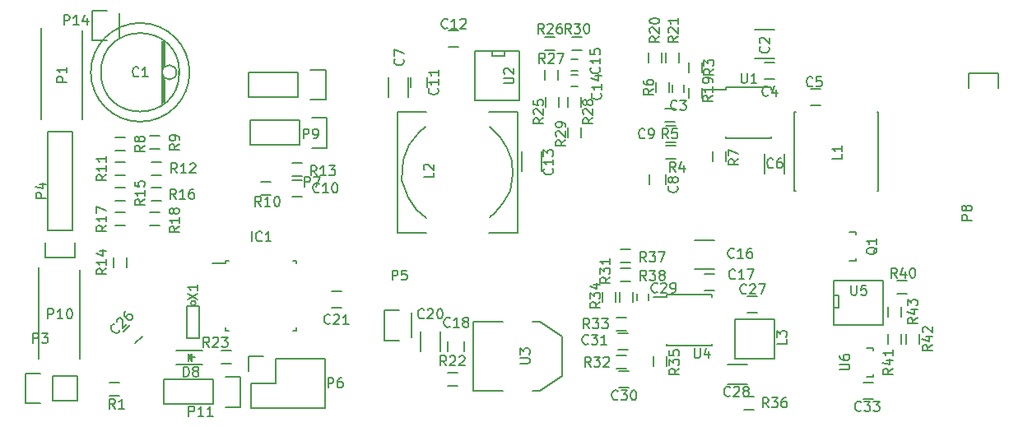
<source format=gto>
G04 #@! TF.FileFunction,Legend,Top*
%FSLAX46Y46*%
G04 Gerber Fmt 4.6, Leading zero omitted, Abs format (unit mm)*
G04 Created by KiCad (PCBNEW 0.201511171411+6319~30~ubuntu15.10.1-product) date Fr 04 Dez 2015 11:26:38 CET*
%MOMM*%
G01*
G04 APERTURE LIST*
%ADD10C,0.100000*%
%ADD11C,0.150000*%
G04 APERTURE END LIST*
D10*
D11*
X132334000Y-40894000D02*
X132334000Y-38354000D01*
X129514000Y-38074000D02*
X131064000Y-38074000D01*
X129514000Y-38074000D02*
X129514000Y-41174000D01*
X129514000Y-41174000D02*
X131064000Y-41174000D01*
X140204000Y-68204000D02*
G75*
G03X140204000Y-68204000I-250000J0D01*
G01*
X139304000Y-68504000D02*
X139304000Y-71804000D01*
X139304000Y-71804000D02*
X140604000Y-71804000D01*
X140604000Y-71804000D02*
X140604000Y-68504000D01*
X140604000Y-68504000D02*
X139304000Y-68504000D01*
X219684000Y-44551000D02*
X219684000Y-46101000D01*
X222784000Y-46101000D02*
X222784000Y-44551000D01*
X222784000Y-44551000D02*
X219684000Y-44551000D01*
X195707000Y-73914000D02*
X195707000Y-69850000D01*
X195707000Y-69850000D02*
X199771000Y-69850000D01*
X199771000Y-69850000D02*
X199771000Y-73914000D01*
X199771000Y-73914000D02*
X195707000Y-73914000D01*
X201930000Y-56642000D02*
X201803000Y-56642000D01*
X201803000Y-56642000D02*
X201803000Y-48514000D01*
X201803000Y-48514000D02*
X201930000Y-48514000D01*
X210312000Y-48514000D02*
X210439000Y-48514000D01*
X210439000Y-48514000D02*
X210439000Y-56642000D01*
X210439000Y-56642000D02*
X210312000Y-56642000D01*
X138227238Y-44450000D02*
G75*
G03X138227238Y-44450000I-737038J0D01*
G01*
X137033000Y-45212000D02*
X137033000Y-47498000D01*
X137033000Y-41402000D02*
X137033000Y-43815000D01*
X136906000Y-44958000D02*
X136906000Y-47498000D01*
X136906000Y-41275000D02*
X136906000Y-43942000D01*
X136779000Y-41275000D02*
X136779000Y-47752000D01*
X139573000Y-44450000D02*
G75*
G03X139573000Y-44450000I-5080000J0D01*
G01*
X138483000Y-44250000D02*
X138483000Y-44650000D01*
X138525500Y-44450000D02*
G75*
G03X138525500Y-44450000I-4037500J0D01*
G01*
X198763000Y-45173000D02*
X199763000Y-45173000D01*
X199763000Y-43473000D02*
X198763000Y-43473000D01*
X203462000Y-47840000D02*
X204462000Y-47840000D01*
X204462000Y-46140000D02*
X203462000Y-46140000D01*
X198746000Y-52848000D02*
X198746000Y-54848000D01*
X200796000Y-54848000D02*
X200796000Y-52848000D01*
X162061000Y-46974000D02*
X162061000Y-44974000D01*
X160011000Y-44974000D02*
X160011000Y-46974000D01*
X188556000Y-55999000D02*
X188556000Y-54999000D01*
X186856000Y-54999000D02*
X186856000Y-55999000D01*
X189603000Y-49950000D02*
X188603000Y-49950000D01*
X188603000Y-51650000D02*
X189603000Y-51650000D01*
X151122000Y-55538000D02*
X150122000Y-55538000D01*
X150122000Y-57238000D02*
X151122000Y-57238000D01*
X166155000Y-72144000D02*
X166155000Y-73144000D01*
X167855000Y-73144000D02*
X167855000Y-72144000D01*
X163313000Y-71136000D02*
X163313000Y-73136000D01*
X165363000Y-73136000D02*
X165363000Y-71136000D01*
X154186000Y-68668000D02*
X155186000Y-68668000D01*
X155186000Y-66968000D02*
X154186000Y-66968000D01*
X133483513Y-70419406D02*
X132776406Y-71126513D01*
X133978487Y-72328594D02*
X134685594Y-71621487D01*
X138227000Y-74537000D02*
X140927000Y-74537000D01*
X138227000Y-73037000D02*
X140927000Y-73037000D01*
X139727000Y-73937000D02*
X139727000Y-73687000D01*
X139727000Y-73687000D02*
X139577000Y-73837000D01*
X139477000Y-73437000D02*
X139477000Y-74137000D01*
X139827000Y-73787000D02*
X140177000Y-73787000D01*
X139477000Y-73787000D02*
X139827000Y-73437000D01*
X139827000Y-73437000D02*
X139827000Y-74137000D01*
X139827000Y-74137000D02*
X139477000Y-73787000D01*
X143314000Y-63812000D02*
X143314000Y-64137000D01*
X150564000Y-63812000D02*
X150564000Y-64137000D01*
X150564000Y-71062000D02*
X150564000Y-70737000D01*
X143314000Y-71062000D02*
X143314000Y-70737000D01*
X143314000Y-63812000D02*
X143639000Y-63812000D01*
X143314000Y-71062000D02*
X143639000Y-71062000D01*
X150564000Y-71062000D02*
X150239000Y-71062000D01*
X150564000Y-63812000D02*
X150239000Y-63812000D01*
X143314000Y-64137000D02*
X141889000Y-64137000D01*
X128524000Y-40132000D02*
X128524000Y-49276000D01*
X124333000Y-49276000D02*
X124333000Y-39878000D01*
X122656000Y-78512000D02*
X124206000Y-78512000D01*
X128016000Y-78232000D02*
X125476000Y-78232000D01*
X125476000Y-78232000D02*
X125476000Y-75692000D01*
X124206000Y-75412000D02*
X122656000Y-75412000D01*
X122656000Y-75412000D02*
X122656000Y-78512000D01*
X125476000Y-75692000D02*
X128016000Y-75692000D01*
X128016000Y-75692000D02*
X128016000Y-78232000D01*
X127508000Y-60706000D02*
X127508000Y-50546000D01*
X127508000Y-50546000D02*
X124968000Y-50546000D01*
X124968000Y-50546000D02*
X124968000Y-60706000D01*
X127788000Y-63526000D02*
X127788000Y-61976000D01*
X127508000Y-60706000D02*
X124968000Y-60706000D01*
X124688000Y-61976000D02*
X124688000Y-63526000D01*
X124688000Y-63526000D02*
X127788000Y-63526000D01*
X162433000Y-71755000D02*
X162433000Y-69215000D01*
X159613000Y-68935000D02*
X161163000Y-68935000D01*
X159613000Y-68935000D02*
X159613000Y-72035000D01*
X159613000Y-72035000D02*
X161163000Y-72035000D01*
X152146000Y-52223000D02*
X153696000Y-52223000D01*
X153696000Y-52223000D02*
X153696000Y-49123000D01*
X153696000Y-49123000D02*
X152146000Y-49123000D01*
X150876000Y-51943000D02*
X145796000Y-51943000D01*
X145796000Y-51943000D02*
X145796000Y-49403000D01*
X145796000Y-49403000D02*
X150876000Y-49403000D01*
X150876000Y-49403000D02*
X150876000Y-51943000D01*
X152019000Y-47270000D02*
X153569000Y-47270000D01*
X153569000Y-47270000D02*
X153569000Y-44170000D01*
X153569000Y-44170000D02*
X152019000Y-44170000D01*
X150749000Y-46990000D02*
X145669000Y-46990000D01*
X145669000Y-46990000D02*
X145669000Y-44450000D01*
X145669000Y-44450000D02*
X150749000Y-44450000D01*
X150749000Y-44450000D02*
X150749000Y-46990000D01*
X128270000Y-64770000D02*
X128270000Y-73914000D01*
X124079000Y-73914000D02*
X124079000Y-64516000D01*
X143256000Y-78893000D02*
X144806000Y-78893000D01*
X144806000Y-78893000D02*
X144806000Y-75793000D01*
X144806000Y-75793000D02*
X143256000Y-75793000D01*
X141986000Y-78613000D02*
X136906000Y-78613000D01*
X136906000Y-78613000D02*
X136906000Y-76073000D01*
X136906000Y-76073000D02*
X141986000Y-76073000D01*
X141986000Y-76073000D02*
X141986000Y-78613000D01*
X131326000Y-76414000D02*
X132326000Y-76414000D01*
X132326000Y-77764000D02*
X131326000Y-77764000D01*
X190968000Y-44442000D02*
X190968000Y-43442000D01*
X192318000Y-43442000D02*
X192318000Y-44442000D01*
X188603000Y-52030000D02*
X189603000Y-52030000D01*
X189603000Y-53380000D02*
X188603000Y-53380000D01*
X188476000Y-48220000D02*
X189476000Y-48220000D01*
X189476000Y-49570000D02*
X188476000Y-49570000D01*
X188889000Y-45474000D02*
X188889000Y-46474000D01*
X187539000Y-46474000D02*
X187539000Y-45474000D01*
X193381000Y-53586000D02*
X193381000Y-52586000D01*
X194731000Y-52586000D02*
X194731000Y-53586000D01*
X131961000Y-51141000D02*
X132961000Y-51141000D01*
X132961000Y-52491000D02*
X131961000Y-52491000D01*
X135517000Y-51014000D02*
X136517000Y-51014000D01*
X136517000Y-52364000D02*
X135517000Y-52364000D01*
X146947000Y-55713000D02*
X147947000Y-55713000D01*
X147947000Y-57063000D02*
X146947000Y-57063000D01*
X131961000Y-53681000D02*
X132961000Y-53681000D01*
X132961000Y-55031000D02*
X131961000Y-55031000D01*
X135644000Y-53681000D02*
X136644000Y-53681000D01*
X136644000Y-55031000D02*
X135644000Y-55031000D01*
X150122000Y-53808000D02*
X151122000Y-53808000D01*
X151122000Y-55158000D02*
X150122000Y-55158000D01*
X133136000Y-63508000D02*
X133136000Y-64508000D01*
X131786000Y-64508000D02*
X131786000Y-63508000D01*
X131961000Y-56348000D02*
X132961000Y-56348000D01*
X132961000Y-57698000D02*
X131961000Y-57698000D01*
X135644000Y-56348000D02*
X136644000Y-56348000D01*
X136644000Y-57698000D02*
X135644000Y-57698000D01*
X131961000Y-58888000D02*
X132961000Y-58888000D01*
X132961000Y-60238000D02*
X131961000Y-60238000D01*
X135517000Y-58888000D02*
X136517000Y-58888000D01*
X136517000Y-60238000D02*
X135517000Y-60238000D01*
X190968000Y-47109000D02*
X190968000Y-46109000D01*
X192318000Y-46109000D02*
X192318000Y-47109000D01*
X188127000Y-42426000D02*
X188127000Y-43426000D01*
X186777000Y-43426000D02*
X186777000Y-42426000D01*
X143883000Y-74462000D02*
X142883000Y-74462000D01*
X142883000Y-73112000D02*
X143883000Y-73112000D01*
X171831000Y-70104000D02*
X168783000Y-70104000D01*
X168783000Y-70104000D02*
X168783000Y-77216000D01*
X168783000Y-77216000D02*
X171831000Y-77216000D01*
X174879000Y-70104000D02*
X175641000Y-70104000D01*
X175641000Y-70104000D02*
X177927000Y-71628000D01*
X177927000Y-71628000D02*
X177927000Y-75692000D01*
X177927000Y-75692000D02*
X175641000Y-77216000D01*
X175641000Y-77216000D02*
X174879000Y-77216000D01*
X189265000Y-46451000D02*
X189265000Y-45751000D01*
X190465000Y-45751000D02*
X190465000Y-46451000D01*
X164045000Y-45966000D02*
X164045000Y-44966000D01*
X162345000Y-44966000D02*
X162345000Y-45966000D01*
X166251000Y-41871000D02*
X167251000Y-41871000D01*
X167251000Y-40171000D02*
X166251000Y-40171000D01*
X173727000Y-52594000D02*
X173727000Y-54594000D01*
X175777000Y-54594000D02*
X175777000Y-52594000D01*
X178847000Y-44739000D02*
X179547000Y-44739000D01*
X179547000Y-45939000D02*
X178847000Y-45939000D01*
X178847000Y-43088000D02*
X179547000Y-43088000D01*
X179547000Y-44288000D02*
X178847000Y-44288000D01*
X192540000Y-66890000D02*
X193540000Y-66890000D01*
X193540000Y-65190000D02*
X192540000Y-65190000D01*
X196985000Y-69176000D02*
X197985000Y-69176000D01*
X197985000Y-67476000D02*
X196985000Y-67476000D01*
X194961000Y-76590000D02*
X196961000Y-76590000D01*
X196961000Y-74540000D02*
X194961000Y-74540000D01*
X185582000Y-67914000D02*
X185582000Y-67214000D01*
X186782000Y-67214000D02*
X186782000Y-67914000D01*
X184777000Y-75223000D02*
X183777000Y-75223000D01*
X183777000Y-76923000D02*
X184777000Y-76923000D01*
X184650000Y-71286000D02*
X183650000Y-71286000D01*
X183650000Y-72986000D02*
X184650000Y-72986000D01*
X163832540Y-50038000D02*
X163131500Y-50637440D01*
X163131500Y-50637440D02*
X162130740Y-51937920D01*
X162130740Y-51937920D02*
X161531300Y-53436520D01*
X161531300Y-53436520D02*
X161432240Y-55537100D01*
X161432240Y-55537100D02*
X162031680Y-57337960D01*
X162031680Y-57337960D02*
X162930840Y-58635900D01*
X162930840Y-58635900D02*
X163931600Y-59436000D01*
X170431460Y-59336940D02*
X170931840Y-58938160D01*
X170931840Y-58938160D02*
X171831000Y-57937400D01*
X171831000Y-57937400D02*
X172532040Y-56636920D01*
X172532040Y-56636920D02*
X172831760Y-54937660D01*
X172831760Y-54937660D02*
X172732700Y-53538120D01*
X172732700Y-53538120D02*
X172232320Y-52237640D01*
X172232320Y-52237640D02*
X171531280Y-51137820D01*
X171531280Y-51137820D02*
X170431460Y-50038000D01*
X170332400Y-60937140D02*
X173332140Y-60937140D01*
X163931600Y-48536860D02*
X160931860Y-48536860D01*
X160931860Y-48536860D02*
X160931860Y-60937140D01*
X160931860Y-60937140D02*
X163931600Y-60937140D01*
X173332140Y-60937140D02*
X173332140Y-48536860D01*
X173332140Y-48536860D02*
X170332400Y-48536860D01*
X189905000Y-42426000D02*
X189905000Y-43426000D01*
X188555000Y-43426000D02*
X188555000Y-42426000D01*
X167124000Y-76748000D02*
X166124000Y-76748000D01*
X166124000Y-75398000D02*
X167124000Y-75398000D01*
X177586000Y-46998000D02*
X177586000Y-47998000D01*
X176236000Y-47998000D02*
X176236000Y-46998000D01*
X177157000Y-42204000D02*
X176157000Y-42204000D01*
X176157000Y-40854000D02*
X177157000Y-40854000D01*
X177459000Y-44204000D02*
X177459000Y-45204000D01*
X176109000Y-45204000D02*
X176109000Y-44204000D01*
X179872000Y-46998000D02*
X179872000Y-47998000D01*
X178522000Y-47998000D02*
X178522000Y-46998000D01*
X179872000Y-50173000D02*
X179872000Y-51173000D01*
X178522000Y-51173000D02*
X178522000Y-50173000D01*
X179951000Y-42204000D02*
X178951000Y-42204000D01*
X178951000Y-40854000D02*
X179951000Y-40854000D01*
X183856000Y-68064000D02*
X183856000Y-67064000D01*
X185206000Y-67064000D02*
X185206000Y-68064000D01*
X183523000Y-73620000D02*
X184523000Y-73620000D01*
X184523000Y-74970000D02*
X183523000Y-74970000D01*
X183523000Y-69683000D02*
X184523000Y-69683000D01*
X184523000Y-71033000D02*
X183523000Y-71033000D01*
X183428000Y-67064000D02*
X183428000Y-68064000D01*
X182078000Y-68064000D02*
X182078000Y-67064000D01*
X187285000Y-74668000D02*
X187285000Y-73668000D01*
X188635000Y-73668000D02*
X188635000Y-74668000D01*
X197604000Y-79161000D02*
X196604000Y-79161000D01*
X196604000Y-77811000D02*
X197604000Y-77811000D01*
X184904000Y-64048000D02*
X183904000Y-64048000D01*
X183904000Y-62698000D02*
X184904000Y-62698000D01*
X184904000Y-65953000D02*
X183904000Y-65953000D01*
X183904000Y-64603000D02*
X184904000Y-64603000D01*
X194779000Y-46016000D02*
X194779000Y-46241000D01*
X199429000Y-46016000D02*
X199429000Y-46241000D01*
X199429000Y-51266000D02*
X199429000Y-51041000D01*
X194779000Y-51266000D02*
X194779000Y-51041000D01*
X194779000Y-46016000D02*
X199429000Y-46016000D01*
X194779000Y-51266000D02*
X199429000Y-51266000D01*
X194779000Y-46241000D02*
X193429000Y-46241000D01*
X188683000Y-67352000D02*
X188683000Y-67577000D01*
X193333000Y-67352000D02*
X193333000Y-67577000D01*
X193333000Y-72602000D02*
X193333000Y-72377000D01*
X188683000Y-72602000D02*
X188683000Y-72377000D01*
X188683000Y-67352000D02*
X193333000Y-67352000D01*
X188683000Y-72602000D02*
X193333000Y-72602000D01*
X188683000Y-67577000D02*
X187333000Y-67577000D01*
X173482000Y-42291000D02*
X173482000Y-47371000D01*
X173482000Y-47371000D02*
X168910000Y-47371000D01*
X168910000Y-47371000D02*
X168910000Y-42291000D01*
X168910000Y-42291000D02*
X173482000Y-42291000D01*
X171958000Y-42291000D02*
X171958000Y-42799000D01*
X171958000Y-42799000D02*
X170688000Y-42799000D01*
X170688000Y-42799000D02*
X170688000Y-42291000D01*
X197755000Y-43004000D02*
X199755000Y-43004000D01*
X199755000Y-40054000D02*
X197755000Y-40054000D01*
X191532000Y-64721000D02*
X193532000Y-64721000D01*
X193532000Y-61771000D02*
X191532000Y-61771000D01*
X153543000Y-73914000D02*
X148463000Y-73914000D01*
X145643000Y-73634000D02*
X147193000Y-73634000D01*
X145923000Y-76454000D02*
X148463000Y-76454000D01*
X148463000Y-76454000D02*
X148463000Y-73914000D01*
X153543000Y-73914000D02*
X153543000Y-78994000D01*
X153543000Y-78994000D02*
X148463000Y-78994000D01*
X145643000Y-73634000D02*
X145643000Y-75184000D01*
X145923000Y-78994000D02*
X145923000Y-76454000D01*
X148463000Y-78994000D02*
X145923000Y-78994000D01*
X209923000Y-76366000D02*
X208923000Y-76366000D01*
X208923000Y-78066000D02*
X209923000Y-78066000D01*
X208168240Y-63656160D02*
X208168240Y-63607900D01*
X207467200Y-60857180D02*
X208168240Y-60857180D01*
X208168240Y-60857180D02*
X208168240Y-61106100D01*
X208168240Y-63656160D02*
X208168240Y-63856820D01*
X208168240Y-63856820D02*
X207467200Y-63856820D01*
X213352000Y-67223000D02*
X212352000Y-67223000D01*
X212352000Y-65873000D02*
X213352000Y-65873000D01*
X214670000Y-71382000D02*
X214670000Y-72382000D01*
X213320000Y-72382000D02*
X213320000Y-71382000D01*
X211415000Y-72382000D02*
X211415000Y-71382000D01*
X212765000Y-71382000D02*
X212765000Y-72382000D01*
X211415000Y-69588000D02*
X211415000Y-68588000D01*
X212765000Y-68588000D02*
X212765000Y-69588000D01*
X205867000Y-65913000D02*
X210947000Y-65913000D01*
X210947000Y-65913000D02*
X210947000Y-70485000D01*
X210947000Y-70485000D02*
X205867000Y-70485000D01*
X205867000Y-70485000D02*
X205867000Y-65913000D01*
X205867000Y-67437000D02*
X206375000Y-67437000D01*
X206375000Y-67437000D02*
X206375000Y-68707000D01*
X206375000Y-68707000D02*
X205867000Y-68707000D01*
X209946240Y-75594160D02*
X209946240Y-75545900D01*
X209245200Y-72795180D02*
X209946240Y-72795180D01*
X209946240Y-72795180D02*
X209946240Y-73044100D01*
X209946240Y-75594160D02*
X209946240Y-75794820D01*
X209946240Y-75794820D02*
X209245200Y-75794820D01*
X126674714Y-39568381D02*
X126674714Y-38568381D01*
X127055667Y-38568381D01*
X127150905Y-38616000D01*
X127198524Y-38663619D01*
X127246143Y-38758857D01*
X127246143Y-38901714D01*
X127198524Y-38996952D01*
X127150905Y-39044571D01*
X127055667Y-39092190D01*
X126674714Y-39092190D01*
X128198524Y-39568381D02*
X127627095Y-39568381D01*
X127912809Y-39568381D02*
X127912809Y-38568381D01*
X127817571Y-38711238D01*
X127722333Y-38806476D01*
X127627095Y-38854095D01*
X129055667Y-38901714D02*
X129055667Y-39568381D01*
X128817571Y-38520762D02*
X128579476Y-39235048D01*
X129198524Y-39235048D01*
X139406381Y-67865524D02*
X140406381Y-67198857D01*
X139406381Y-67198857D02*
X140406381Y-67865524D01*
X140406381Y-66294095D02*
X140406381Y-66865524D01*
X140406381Y-66579810D02*
X139406381Y-66579810D01*
X139549238Y-66675048D01*
X139644476Y-66770286D01*
X139692095Y-66865524D01*
X220035381Y-59666095D02*
X219035381Y-59666095D01*
X219035381Y-59285142D01*
X219083000Y-59189904D01*
X219130619Y-59142285D01*
X219225857Y-59094666D01*
X219368714Y-59094666D01*
X219463952Y-59142285D01*
X219511571Y-59189904D01*
X219559190Y-59285142D01*
X219559190Y-59666095D01*
X219463952Y-58523238D02*
X219416333Y-58618476D01*
X219368714Y-58666095D01*
X219273476Y-58713714D01*
X219225857Y-58713714D01*
X219130619Y-58666095D01*
X219083000Y-58618476D01*
X219035381Y-58523238D01*
X219035381Y-58332761D01*
X219083000Y-58237523D01*
X219130619Y-58189904D01*
X219225857Y-58142285D01*
X219273476Y-58142285D01*
X219368714Y-58189904D01*
X219416333Y-58237523D01*
X219463952Y-58332761D01*
X219463952Y-58523238D01*
X219511571Y-58618476D01*
X219559190Y-58666095D01*
X219654429Y-58713714D01*
X219844905Y-58713714D01*
X219940143Y-58666095D01*
X219987762Y-58618476D01*
X220035381Y-58523238D01*
X220035381Y-58332761D01*
X219987762Y-58237523D01*
X219940143Y-58189904D01*
X219844905Y-58142285D01*
X219654429Y-58142285D01*
X219559190Y-58189904D01*
X219511571Y-58237523D01*
X219463952Y-58332761D01*
X200985381Y-71921666D02*
X200985381Y-72397857D01*
X199985381Y-72397857D01*
X199985381Y-71683571D02*
X199985381Y-71064523D01*
X200366333Y-71397857D01*
X200366333Y-71254999D01*
X200413952Y-71159761D01*
X200461571Y-71112142D01*
X200556810Y-71064523D01*
X200794905Y-71064523D01*
X200890143Y-71112142D01*
X200937762Y-71159761D01*
X200985381Y-71254999D01*
X200985381Y-71540714D01*
X200937762Y-71635952D01*
X200890143Y-71683571D01*
X206700381Y-52871666D02*
X206700381Y-53347857D01*
X205700381Y-53347857D01*
X206700381Y-52014523D02*
X206700381Y-52585952D01*
X206700381Y-52300238D02*
X205700381Y-52300238D01*
X205843238Y-52395476D01*
X205938476Y-52490714D01*
X205986095Y-52585952D01*
X134326334Y-44807143D02*
X134278715Y-44854762D01*
X134135858Y-44902381D01*
X134040620Y-44902381D01*
X133897762Y-44854762D01*
X133802524Y-44759524D01*
X133754905Y-44664286D01*
X133707286Y-44473810D01*
X133707286Y-44330952D01*
X133754905Y-44140476D01*
X133802524Y-44045238D01*
X133897762Y-43950000D01*
X134040620Y-43902381D01*
X134135858Y-43902381D01*
X134278715Y-43950000D01*
X134326334Y-43997619D01*
X135278715Y-44902381D02*
X134707286Y-44902381D01*
X134993000Y-44902381D02*
X134993000Y-43902381D01*
X134897762Y-44045238D01*
X134802524Y-44140476D01*
X134707286Y-44188095D01*
X199096334Y-46780143D02*
X199048715Y-46827762D01*
X198905858Y-46875381D01*
X198810620Y-46875381D01*
X198667762Y-46827762D01*
X198572524Y-46732524D01*
X198524905Y-46637286D01*
X198477286Y-46446810D01*
X198477286Y-46303952D01*
X198524905Y-46113476D01*
X198572524Y-46018238D01*
X198667762Y-45923000D01*
X198810620Y-45875381D01*
X198905858Y-45875381D01*
X199048715Y-45923000D01*
X199096334Y-45970619D01*
X199953477Y-46208714D02*
X199953477Y-46875381D01*
X199715381Y-45827762D02*
X199477286Y-46542048D01*
X200096334Y-46542048D01*
X203668334Y-45823143D02*
X203620715Y-45870762D01*
X203477858Y-45918381D01*
X203382620Y-45918381D01*
X203239762Y-45870762D01*
X203144524Y-45775524D01*
X203096905Y-45680286D01*
X203049286Y-45489810D01*
X203049286Y-45346952D01*
X203096905Y-45156476D01*
X203144524Y-45061238D01*
X203239762Y-44966000D01*
X203382620Y-44918381D01*
X203477858Y-44918381D01*
X203620715Y-44966000D01*
X203668334Y-45013619D01*
X204573096Y-44918381D02*
X204096905Y-44918381D01*
X204049286Y-45394571D01*
X204096905Y-45346952D01*
X204192143Y-45299333D01*
X204430239Y-45299333D01*
X204525477Y-45346952D01*
X204573096Y-45394571D01*
X204620715Y-45489810D01*
X204620715Y-45727905D01*
X204573096Y-45823143D01*
X204525477Y-45870762D01*
X204430239Y-45918381D01*
X204192143Y-45918381D01*
X204096905Y-45870762D01*
X204049286Y-45823143D01*
X199604334Y-54205143D02*
X199556715Y-54252762D01*
X199413858Y-54300381D01*
X199318620Y-54300381D01*
X199175762Y-54252762D01*
X199080524Y-54157524D01*
X199032905Y-54062286D01*
X198985286Y-53871810D01*
X198985286Y-53728952D01*
X199032905Y-53538476D01*
X199080524Y-53443238D01*
X199175762Y-53348000D01*
X199318620Y-53300381D01*
X199413858Y-53300381D01*
X199556715Y-53348000D01*
X199604334Y-53395619D01*
X200461477Y-53300381D02*
X200271000Y-53300381D01*
X200175762Y-53348000D01*
X200128143Y-53395619D01*
X200032905Y-53538476D01*
X199985286Y-53728952D01*
X199985286Y-54109905D01*
X200032905Y-54205143D01*
X200080524Y-54252762D01*
X200175762Y-54300381D01*
X200366239Y-54300381D01*
X200461477Y-54252762D01*
X200509096Y-54205143D01*
X200556715Y-54109905D01*
X200556715Y-53871810D01*
X200509096Y-53776571D01*
X200461477Y-53728952D01*
X200366239Y-53681333D01*
X200175762Y-53681333D01*
X200080524Y-53728952D01*
X200032905Y-53776571D01*
X199985286Y-53871810D01*
X161520143Y-43092666D02*
X161567762Y-43140285D01*
X161615381Y-43283142D01*
X161615381Y-43378380D01*
X161567762Y-43521238D01*
X161472524Y-43616476D01*
X161377286Y-43664095D01*
X161186810Y-43711714D01*
X161043952Y-43711714D01*
X160853476Y-43664095D01*
X160758238Y-43616476D01*
X160663000Y-43521238D01*
X160615381Y-43378380D01*
X160615381Y-43283142D01*
X160663000Y-43140285D01*
X160710619Y-43092666D01*
X160615381Y-42759333D02*
X160615381Y-42092666D01*
X161615381Y-42521238D01*
X189714143Y-56173666D02*
X189761762Y-56221285D01*
X189809381Y-56364142D01*
X189809381Y-56459380D01*
X189761762Y-56602238D01*
X189666524Y-56697476D01*
X189571286Y-56745095D01*
X189380810Y-56792714D01*
X189237952Y-56792714D01*
X189047476Y-56745095D01*
X188952238Y-56697476D01*
X188857000Y-56602238D01*
X188809381Y-56459380D01*
X188809381Y-56364142D01*
X188857000Y-56221285D01*
X188904619Y-56173666D01*
X189237952Y-55602238D02*
X189190333Y-55697476D01*
X189142714Y-55745095D01*
X189047476Y-55792714D01*
X188999857Y-55792714D01*
X188904619Y-55745095D01*
X188857000Y-55697476D01*
X188809381Y-55602238D01*
X188809381Y-55411761D01*
X188857000Y-55316523D01*
X188904619Y-55268904D01*
X188999857Y-55221285D01*
X189047476Y-55221285D01*
X189142714Y-55268904D01*
X189190333Y-55316523D01*
X189237952Y-55411761D01*
X189237952Y-55602238D01*
X189285571Y-55697476D01*
X189333190Y-55745095D01*
X189428429Y-55792714D01*
X189618905Y-55792714D01*
X189714143Y-55745095D01*
X189761762Y-55697476D01*
X189809381Y-55602238D01*
X189809381Y-55411761D01*
X189761762Y-55316523D01*
X189714143Y-55268904D01*
X189618905Y-55221285D01*
X189428429Y-55221285D01*
X189333190Y-55268904D01*
X189285571Y-55316523D01*
X189237952Y-55411761D01*
X186396334Y-51157143D02*
X186348715Y-51204762D01*
X186205858Y-51252381D01*
X186110620Y-51252381D01*
X185967762Y-51204762D01*
X185872524Y-51109524D01*
X185824905Y-51014286D01*
X185777286Y-50823810D01*
X185777286Y-50680952D01*
X185824905Y-50490476D01*
X185872524Y-50395238D01*
X185967762Y-50300000D01*
X186110620Y-50252381D01*
X186205858Y-50252381D01*
X186348715Y-50300000D01*
X186396334Y-50347619D01*
X186872524Y-51252381D02*
X187063000Y-51252381D01*
X187158239Y-51204762D01*
X187205858Y-51157143D01*
X187301096Y-51014286D01*
X187348715Y-50823810D01*
X187348715Y-50442857D01*
X187301096Y-50347619D01*
X187253477Y-50300000D01*
X187158239Y-50252381D01*
X186967762Y-50252381D01*
X186872524Y-50300000D01*
X186824905Y-50347619D01*
X186777286Y-50442857D01*
X186777286Y-50680952D01*
X186824905Y-50776190D01*
X186872524Y-50823810D01*
X186967762Y-50871429D01*
X187158239Y-50871429D01*
X187253477Y-50823810D01*
X187301096Y-50776190D01*
X187348715Y-50680952D01*
X152900143Y-56745143D02*
X152852524Y-56792762D01*
X152709667Y-56840381D01*
X152614429Y-56840381D01*
X152471571Y-56792762D01*
X152376333Y-56697524D01*
X152328714Y-56602286D01*
X152281095Y-56411810D01*
X152281095Y-56268952D01*
X152328714Y-56078476D01*
X152376333Y-55983238D01*
X152471571Y-55888000D01*
X152614429Y-55840381D01*
X152709667Y-55840381D01*
X152852524Y-55888000D01*
X152900143Y-55935619D01*
X153852524Y-56840381D02*
X153281095Y-56840381D01*
X153566809Y-56840381D02*
X153566809Y-55840381D01*
X153471571Y-55983238D01*
X153376333Y-56078476D01*
X153281095Y-56126095D01*
X154471571Y-55840381D02*
X154566810Y-55840381D01*
X154662048Y-55888000D01*
X154709667Y-55935619D01*
X154757286Y-56030857D01*
X154804905Y-56221333D01*
X154804905Y-56459429D01*
X154757286Y-56649905D01*
X154709667Y-56745143D01*
X154662048Y-56792762D01*
X154566810Y-56840381D01*
X154471571Y-56840381D01*
X154376333Y-56792762D01*
X154328714Y-56745143D01*
X154281095Y-56649905D01*
X154233476Y-56459429D01*
X154233476Y-56221333D01*
X154281095Y-56030857D01*
X154328714Y-55935619D01*
X154376333Y-55888000D01*
X154471571Y-55840381D01*
X166362143Y-70588143D02*
X166314524Y-70635762D01*
X166171667Y-70683381D01*
X166076429Y-70683381D01*
X165933571Y-70635762D01*
X165838333Y-70540524D01*
X165790714Y-70445286D01*
X165743095Y-70254810D01*
X165743095Y-70111952D01*
X165790714Y-69921476D01*
X165838333Y-69826238D01*
X165933571Y-69731000D01*
X166076429Y-69683381D01*
X166171667Y-69683381D01*
X166314524Y-69731000D01*
X166362143Y-69778619D01*
X167314524Y-70683381D02*
X166743095Y-70683381D01*
X167028809Y-70683381D02*
X167028809Y-69683381D01*
X166933571Y-69826238D01*
X166838333Y-69921476D01*
X166743095Y-69969095D01*
X167885952Y-70111952D02*
X167790714Y-70064333D01*
X167743095Y-70016714D01*
X167695476Y-69921476D01*
X167695476Y-69873857D01*
X167743095Y-69778619D01*
X167790714Y-69731000D01*
X167885952Y-69683381D01*
X168076429Y-69683381D01*
X168171667Y-69731000D01*
X168219286Y-69778619D01*
X168266905Y-69873857D01*
X168266905Y-69921476D01*
X168219286Y-70016714D01*
X168171667Y-70064333D01*
X168076429Y-70111952D01*
X167885952Y-70111952D01*
X167790714Y-70159571D01*
X167743095Y-70207190D01*
X167695476Y-70302429D01*
X167695476Y-70492905D01*
X167743095Y-70588143D01*
X167790714Y-70635762D01*
X167885952Y-70683381D01*
X168076429Y-70683381D01*
X168171667Y-70635762D01*
X168219286Y-70588143D01*
X168266905Y-70492905D01*
X168266905Y-70302429D01*
X168219286Y-70207190D01*
X168171667Y-70159571D01*
X168076429Y-70111952D01*
X163695143Y-69699143D02*
X163647524Y-69746762D01*
X163504667Y-69794381D01*
X163409429Y-69794381D01*
X163266571Y-69746762D01*
X163171333Y-69651524D01*
X163123714Y-69556286D01*
X163076095Y-69365810D01*
X163076095Y-69222952D01*
X163123714Y-69032476D01*
X163171333Y-68937238D01*
X163266571Y-68842000D01*
X163409429Y-68794381D01*
X163504667Y-68794381D01*
X163647524Y-68842000D01*
X163695143Y-68889619D01*
X164076095Y-68889619D02*
X164123714Y-68842000D01*
X164218952Y-68794381D01*
X164457048Y-68794381D01*
X164552286Y-68842000D01*
X164599905Y-68889619D01*
X164647524Y-68984857D01*
X164647524Y-69080095D01*
X164599905Y-69222952D01*
X164028476Y-69794381D01*
X164647524Y-69794381D01*
X165266571Y-68794381D02*
X165361810Y-68794381D01*
X165457048Y-68842000D01*
X165504667Y-68889619D01*
X165552286Y-68984857D01*
X165599905Y-69175333D01*
X165599905Y-69413429D01*
X165552286Y-69603905D01*
X165504667Y-69699143D01*
X165457048Y-69746762D01*
X165361810Y-69794381D01*
X165266571Y-69794381D01*
X165171333Y-69746762D01*
X165123714Y-69699143D01*
X165076095Y-69603905D01*
X165028476Y-69413429D01*
X165028476Y-69175333D01*
X165076095Y-68984857D01*
X165123714Y-68889619D01*
X165171333Y-68842000D01*
X165266571Y-68794381D01*
X154043143Y-70275143D02*
X153995524Y-70322762D01*
X153852667Y-70370381D01*
X153757429Y-70370381D01*
X153614571Y-70322762D01*
X153519333Y-70227524D01*
X153471714Y-70132286D01*
X153424095Y-69941810D01*
X153424095Y-69798952D01*
X153471714Y-69608476D01*
X153519333Y-69513238D01*
X153614571Y-69418000D01*
X153757429Y-69370381D01*
X153852667Y-69370381D01*
X153995524Y-69418000D01*
X154043143Y-69465619D01*
X154424095Y-69465619D02*
X154471714Y-69418000D01*
X154566952Y-69370381D01*
X154805048Y-69370381D01*
X154900286Y-69418000D01*
X154947905Y-69465619D01*
X154995524Y-69560857D01*
X154995524Y-69656095D01*
X154947905Y-69798952D01*
X154376476Y-70370381D01*
X154995524Y-70370381D01*
X155947905Y-70370381D02*
X155376476Y-70370381D01*
X155662190Y-70370381D02*
X155662190Y-69370381D01*
X155566952Y-69513238D01*
X155471714Y-69608476D01*
X155376476Y-69656095D01*
X132385970Y-70938107D02*
X132385970Y-71005450D01*
X132318626Y-71140137D01*
X132251283Y-71207481D01*
X132116595Y-71274825D01*
X131981908Y-71274825D01*
X131880893Y-71241153D01*
X131712535Y-71140138D01*
X131611519Y-71039122D01*
X131510504Y-70870763D01*
X131476832Y-70769748D01*
X131476832Y-70635061D01*
X131544176Y-70500374D01*
X131611519Y-70433030D01*
X131746206Y-70365687D01*
X131813550Y-70365687D01*
X132082924Y-70096313D02*
X132082924Y-70028970D01*
X132116595Y-69927955D01*
X132284955Y-69759595D01*
X132385970Y-69725924D01*
X132453313Y-69725924D01*
X132554328Y-69759595D01*
X132621672Y-69826939D01*
X132689015Y-69961626D01*
X132689015Y-70769748D01*
X133126748Y-70332015D01*
X133025733Y-69018817D02*
X132891045Y-69153504D01*
X132857374Y-69254519D01*
X132857374Y-69321863D01*
X132891045Y-69490222D01*
X132992061Y-69658580D01*
X133261435Y-69927955D01*
X133362450Y-69961626D01*
X133429794Y-69961626D01*
X133530809Y-69927955D01*
X133665496Y-69793267D01*
X133699168Y-69692252D01*
X133699168Y-69624908D01*
X133665496Y-69523893D01*
X133497138Y-69355535D01*
X133396122Y-69321862D01*
X133328778Y-69321862D01*
X133227763Y-69355534D01*
X133093076Y-69490222D01*
X133059404Y-69591237D01*
X133059404Y-69658580D01*
X133093076Y-69759596D01*
X138961905Y-75763381D02*
X138961905Y-74763381D01*
X139200000Y-74763381D01*
X139342858Y-74811000D01*
X139438096Y-74906238D01*
X139485715Y-75001476D01*
X139533334Y-75191952D01*
X139533334Y-75334810D01*
X139485715Y-75525286D01*
X139438096Y-75620524D01*
X139342858Y-75715762D01*
X139200000Y-75763381D01*
X138961905Y-75763381D01*
X140104762Y-75191952D02*
X140009524Y-75144333D01*
X139961905Y-75096714D01*
X139914286Y-75001476D01*
X139914286Y-74953857D01*
X139961905Y-74858619D01*
X140009524Y-74811000D01*
X140104762Y-74763381D01*
X140295239Y-74763381D01*
X140390477Y-74811000D01*
X140438096Y-74858619D01*
X140485715Y-74953857D01*
X140485715Y-75001476D01*
X140438096Y-75096714D01*
X140390477Y-75144333D01*
X140295239Y-75191952D01*
X140104762Y-75191952D01*
X140009524Y-75239571D01*
X139961905Y-75287190D01*
X139914286Y-75382429D01*
X139914286Y-75572905D01*
X139961905Y-75668143D01*
X140009524Y-75715762D01*
X140104762Y-75763381D01*
X140295239Y-75763381D01*
X140390477Y-75715762D01*
X140438096Y-75668143D01*
X140485715Y-75572905D01*
X140485715Y-75382429D01*
X140438096Y-75287190D01*
X140390477Y-75239571D01*
X140295239Y-75191952D01*
X145962810Y-61839381D02*
X145962810Y-60839381D01*
X147010429Y-61744143D02*
X146962810Y-61791762D01*
X146819953Y-61839381D01*
X146724715Y-61839381D01*
X146581857Y-61791762D01*
X146486619Y-61696524D01*
X146439000Y-61601286D01*
X146391381Y-61410810D01*
X146391381Y-61267952D01*
X146439000Y-61077476D01*
X146486619Y-60982238D01*
X146581857Y-60887000D01*
X146724715Y-60839381D01*
X146819953Y-60839381D01*
X146962810Y-60887000D01*
X147010429Y-60934619D01*
X147962810Y-61839381D02*
X147391381Y-61839381D01*
X147677095Y-61839381D02*
X147677095Y-60839381D01*
X147581857Y-60982238D01*
X147486619Y-61077476D01*
X147391381Y-61125095D01*
X126944381Y-45442095D02*
X125944381Y-45442095D01*
X125944381Y-45061142D01*
X125992000Y-44965904D01*
X126039619Y-44918285D01*
X126134857Y-44870666D01*
X126277714Y-44870666D01*
X126372952Y-44918285D01*
X126420571Y-44965904D01*
X126468190Y-45061142D01*
X126468190Y-45442095D01*
X126944381Y-43918285D02*
X126944381Y-44489714D01*
X126944381Y-44204000D02*
X125944381Y-44204000D01*
X126087238Y-44299238D01*
X126182476Y-44394476D01*
X126230095Y-44489714D01*
X123467905Y-72314381D02*
X123467905Y-71314381D01*
X123848858Y-71314381D01*
X123944096Y-71362000D01*
X123991715Y-71409619D01*
X124039334Y-71504857D01*
X124039334Y-71647714D01*
X123991715Y-71742952D01*
X123944096Y-71790571D01*
X123848858Y-71838190D01*
X123467905Y-71838190D01*
X124372667Y-71314381D02*
X124991715Y-71314381D01*
X124658381Y-71695333D01*
X124801239Y-71695333D01*
X124896477Y-71742952D01*
X124944096Y-71790571D01*
X124991715Y-71885810D01*
X124991715Y-72123905D01*
X124944096Y-72219143D01*
X124896477Y-72266762D01*
X124801239Y-72314381D01*
X124515524Y-72314381D01*
X124420286Y-72266762D01*
X124372667Y-72219143D01*
X124785381Y-57380095D02*
X123785381Y-57380095D01*
X123785381Y-56999142D01*
X123833000Y-56903904D01*
X123880619Y-56856285D01*
X123975857Y-56808666D01*
X124118714Y-56808666D01*
X124213952Y-56856285D01*
X124261571Y-56903904D01*
X124309190Y-56999142D01*
X124309190Y-57380095D01*
X124118714Y-55951523D02*
X124785381Y-55951523D01*
X123737762Y-56189619D02*
X124452048Y-56427714D01*
X124452048Y-55808666D01*
X160424905Y-65837381D02*
X160424905Y-64837381D01*
X160805858Y-64837381D01*
X160901096Y-64885000D01*
X160948715Y-64932619D01*
X160996334Y-65027857D01*
X160996334Y-65170714D01*
X160948715Y-65265952D01*
X160901096Y-65313571D01*
X160805858Y-65361190D01*
X160424905Y-65361190D01*
X161901096Y-64837381D02*
X161424905Y-64837381D01*
X161377286Y-65313571D01*
X161424905Y-65265952D01*
X161520143Y-65218333D01*
X161758239Y-65218333D01*
X161853477Y-65265952D01*
X161901096Y-65313571D01*
X161948715Y-65408810D01*
X161948715Y-65646905D01*
X161901096Y-65742143D01*
X161853477Y-65789762D01*
X161758239Y-65837381D01*
X161520143Y-65837381D01*
X161424905Y-65789762D01*
X161377286Y-65742143D01*
X151407905Y-56225381D02*
X151407905Y-55225381D01*
X151788858Y-55225381D01*
X151884096Y-55273000D01*
X151931715Y-55320619D01*
X151979334Y-55415857D01*
X151979334Y-55558714D01*
X151931715Y-55653952D01*
X151884096Y-55701571D01*
X151788858Y-55749190D01*
X151407905Y-55749190D01*
X152312667Y-55225381D02*
X152979334Y-55225381D01*
X152550762Y-56225381D01*
X151280905Y-51272381D02*
X151280905Y-50272381D01*
X151661858Y-50272381D01*
X151757096Y-50320000D01*
X151804715Y-50367619D01*
X151852334Y-50462857D01*
X151852334Y-50605714D01*
X151804715Y-50700952D01*
X151757096Y-50748571D01*
X151661858Y-50796190D01*
X151280905Y-50796190D01*
X152328524Y-51272381D02*
X152519000Y-51272381D01*
X152614239Y-51224762D01*
X152661858Y-51177143D01*
X152757096Y-51034286D01*
X152804715Y-50843810D01*
X152804715Y-50462857D01*
X152757096Y-50367619D01*
X152709477Y-50320000D01*
X152614239Y-50272381D01*
X152423762Y-50272381D01*
X152328524Y-50320000D01*
X152280905Y-50367619D01*
X152233286Y-50462857D01*
X152233286Y-50700952D01*
X152280905Y-50796190D01*
X152328524Y-50843810D01*
X152423762Y-50891429D01*
X152614239Y-50891429D01*
X152709477Y-50843810D01*
X152757096Y-50796190D01*
X152804715Y-50700952D01*
X125023714Y-69794381D02*
X125023714Y-68794381D01*
X125404667Y-68794381D01*
X125499905Y-68842000D01*
X125547524Y-68889619D01*
X125595143Y-68984857D01*
X125595143Y-69127714D01*
X125547524Y-69222952D01*
X125499905Y-69270571D01*
X125404667Y-69318190D01*
X125023714Y-69318190D01*
X126547524Y-69794381D02*
X125976095Y-69794381D01*
X126261809Y-69794381D02*
X126261809Y-68794381D01*
X126166571Y-68937238D01*
X126071333Y-69032476D01*
X125976095Y-69080095D01*
X127166571Y-68794381D02*
X127261810Y-68794381D01*
X127357048Y-68842000D01*
X127404667Y-68889619D01*
X127452286Y-68984857D01*
X127499905Y-69175333D01*
X127499905Y-69413429D01*
X127452286Y-69603905D01*
X127404667Y-69699143D01*
X127357048Y-69746762D01*
X127261810Y-69794381D01*
X127166571Y-69794381D01*
X127071333Y-69746762D01*
X127023714Y-69699143D01*
X126976095Y-69603905D01*
X126928476Y-69413429D01*
X126928476Y-69175333D01*
X126976095Y-68984857D01*
X127023714Y-68889619D01*
X127071333Y-68842000D01*
X127166571Y-68794381D01*
X139501714Y-79827381D02*
X139501714Y-78827381D01*
X139882667Y-78827381D01*
X139977905Y-78875000D01*
X140025524Y-78922619D01*
X140073143Y-79017857D01*
X140073143Y-79160714D01*
X140025524Y-79255952D01*
X139977905Y-79303571D01*
X139882667Y-79351190D01*
X139501714Y-79351190D01*
X141025524Y-79827381D02*
X140454095Y-79827381D01*
X140739809Y-79827381D02*
X140739809Y-78827381D01*
X140644571Y-78970238D01*
X140549333Y-79065476D01*
X140454095Y-79113095D01*
X141977905Y-79827381D02*
X141406476Y-79827381D01*
X141692190Y-79827381D02*
X141692190Y-78827381D01*
X141596952Y-78970238D01*
X141501714Y-79065476D01*
X141406476Y-79113095D01*
X131913334Y-79065381D02*
X131580000Y-78589190D01*
X131341905Y-79065381D02*
X131341905Y-78065381D01*
X131722858Y-78065381D01*
X131818096Y-78113000D01*
X131865715Y-78160619D01*
X131913334Y-78255857D01*
X131913334Y-78398714D01*
X131865715Y-78493952D01*
X131818096Y-78541571D01*
X131722858Y-78589190D01*
X131341905Y-78589190D01*
X132865715Y-79065381D02*
X132294286Y-79065381D01*
X132580000Y-79065381D02*
X132580000Y-78065381D01*
X132484762Y-78208238D01*
X132389524Y-78303476D01*
X132294286Y-78351095D01*
X193492381Y-44108666D02*
X193016190Y-44442000D01*
X193492381Y-44680095D02*
X192492381Y-44680095D01*
X192492381Y-44299142D01*
X192540000Y-44203904D01*
X192587619Y-44156285D01*
X192682857Y-44108666D01*
X192825714Y-44108666D01*
X192920952Y-44156285D01*
X192968571Y-44203904D01*
X193016190Y-44299142D01*
X193016190Y-44680095D01*
X192492381Y-43775333D02*
X192492381Y-43156285D01*
X192873333Y-43489619D01*
X192873333Y-43346761D01*
X192920952Y-43251523D01*
X192968571Y-43203904D01*
X193063810Y-43156285D01*
X193301905Y-43156285D01*
X193397143Y-43203904D01*
X193444762Y-43251523D01*
X193492381Y-43346761D01*
X193492381Y-43632476D01*
X193444762Y-43727714D01*
X193397143Y-43775333D01*
X189571334Y-54681381D02*
X189238000Y-54205190D01*
X188999905Y-54681381D02*
X188999905Y-53681381D01*
X189380858Y-53681381D01*
X189476096Y-53729000D01*
X189523715Y-53776619D01*
X189571334Y-53871857D01*
X189571334Y-54014714D01*
X189523715Y-54109952D01*
X189476096Y-54157571D01*
X189380858Y-54205190D01*
X188999905Y-54205190D01*
X190428477Y-54014714D02*
X190428477Y-54681381D01*
X190190381Y-53633762D02*
X189952286Y-54348048D01*
X190571334Y-54348048D01*
X188809334Y-51247381D02*
X188476000Y-50771190D01*
X188237905Y-51247381D02*
X188237905Y-50247381D01*
X188618858Y-50247381D01*
X188714096Y-50295000D01*
X188761715Y-50342619D01*
X188809334Y-50437857D01*
X188809334Y-50580714D01*
X188761715Y-50675952D01*
X188714096Y-50723571D01*
X188618858Y-50771190D01*
X188237905Y-50771190D01*
X189714096Y-50247381D02*
X189237905Y-50247381D01*
X189190286Y-50723571D01*
X189237905Y-50675952D01*
X189333143Y-50628333D01*
X189571239Y-50628333D01*
X189666477Y-50675952D01*
X189714096Y-50723571D01*
X189761715Y-50818810D01*
X189761715Y-51056905D01*
X189714096Y-51152143D01*
X189666477Y-51199762D01*
X189571239Y-51247381D01*
X189333143Y-51247381D01*
X189237905Y-51199762D01*
X189190286Y-51152143D01*
X187269381Y-46140666D02*
X186793190Y-46474000D01*
X187269381Y-46712095D02*
X186269381Y-46712095D01*
X186269381Y-46331142D01*
X186317000Y-46235904D01*
X186364619Y-46188285D01*
X186459857Y-46140666D01*
X186602714Y-46140666D01*
X186697952Y-46188285D01*
X186745571Y-46235904D01*
X186793190Y-46331142D01*
X186793190Y-46712095D01*
X186269381Y-45283523D02*
X186269381Y-45474000D01*
X186317000Y-45569238D01*
X186364619Y-45616857D01*
X186507476Y-45712095D01*
X186697952Y-45759714D01*
X187078905Y-45759714D01*
X187174143Y-45712095D01*
X187221762Y-45664476D01*
X187269381Y-45569238D01*
X187269381Y-45378761D01*
X187221762Y-45283523D01*
X187174143Y-45235904D01*
X187078905Y-45188285D01*
X186840810Y-45188285D01*
X186745571Y-45235904D01*
X186697952Y-45283523D01*
X186650333Y-45378761D01*
X186650333Y-45569238D01*
X186697952Y-45664476D01*
X186745571Y-45712095D01*
X186840810Y-45759714D01*
X196032381Y-53379666D02*
X195556190Y-53713000D01*
X196032381Y-53951095D02*
X195032381Y-53951095D01*
X195032381Y-53570142D01*
X195080000Y-53474904D01*
X195127619Y-53427285D01*
X195222857Y-53379666D01*
X195365714Y-53379666D01*
X195460952Y-53427285D01*
X195508571Y-53474904D01*
X195556190Y-53570142D01*
X195556190Y-53951095D01*
X195032381Y-53046333D02*
X195032381Y-52379666D01*
X196032381Y-52808238D01*
X134945381Y-51982666D02*
X134469190Y-52316000D01*
X134945381Y-52554095D02*
X133945381Y-52554095D01*
X133945381Y-52173142D01*
X133993000Y-52077904D01*
X134040619Y-52030285D01*
X134135857Y-51982666D01*
X134278714Y-51982666D01*
X134373952Y-52030285D01*
X134421571Y-52077904D01*
X134469190Y-52173142D01*
X134469190Y-52554095D01*
X134373952Y-51411238D02*
X134326333Y-51506476D01*
X134278714Y-51554095D01*
X134183476Y-51601714D01*
X134135857Y-51601714D01*
X134040619Y-51554095D01*
X133993000Y-51506476D01*
X133945381Y-51411238D01*
X133945381Y-51220761D01*
X133993000Y-51125523D01*
X134040619Y-51077904D01*
X134135857Y-51030285D01*
X134183476Y-51030285D01*
X134278714Y-51077904D01*
X134326333Y-51125523D01*
X134373952Y-51220761D01*
X134373952Y-51411238D01*
X134421571Y-51506476D01*
X134469190Y-51554095D01*
X134564429Y-51601714D01*
X134754905Y-51601714D01*
X134850143Y-51554095D01*
X134897762Y-51506476D01*
X134945381Y-51411238D01*
X134945381Y-51220761D01*
X134897762Y-51125523D01*
X134850143Y-51077904D01*
X134754905Y-51030285D01*
X134564429Y-51030285D01*
X134469190Y-51077904D01*
X134421571Y-51125523D01*
X134373952Y-51220761D01*
X138501381Y-51855666D02*
X138025190Y-52189000D01*
X138501381Y-52427095D02*
X137501381Y-52427095D01*
X137501381Y-52046142D01*
X137549000Y-51950904D01*
X137596619Y-51903285D01*
X137691857Y-51855666D01*
X137834714Y-51855666D01*
X137929952Y-51903285D01*
X137977571Y-51950904D01*
X138025190Y-52046142D01*
X138025190Y-52427095D01*
X138501381Y-51379476D02*
X138501381Y-51189000D01*
X138453762Y-51093761D01*
X138406143Y-51046142D01*
X138263286Y-50950904D01*
X138072810Y-50903285D01*
X137691857Y-50903285D01*
X137596619Y-50950904D01*
X137549000Y-50998523D01*
X137501381Y-51093761D01*
X137501381Y-51284238D01*
X137549000Y-51379476D01*
X137596619Y-51427095D01*
X137691857Y-51474714D01*
X137929952Y-51474714D01*
X138025190Y-51427095D01*
X138072810Y-51379476D01*
X138120429Y-51284238D01*
X138120429Y-51093761D01*
X138072810Y-50998523D01*
X138025190Y-50950904D01*
X137929952Y-50903285D01*
X146931143Y-58237381D02*
X146597809Y-57761190D01*
X146359714Y-58237381D02*
X146359714Y-57237381D01*
X146740667Y-57237381D01*
X146835905Y-57285000D01*
X146883524Y-57332619D01*
X146931143Y-57427857D01*
X146931143Y-57570714D01*
X146883524Y-57665952D01*
X146835905Y-57713571D01*
X146740667Y-57761190D01*
X146359714Y-57761190D01*
X147883524Y-58237381D02*
X147312095Y-58237381D01*
X147597809Y-58237381D02*
X147597809Y-57237381D01*
X147502571Y-57380238D01*
X147407333Y-57475476D01*
X147312095Y-57523095D01*
X148502571Y-57237381D02*
X148597810Y-57237381D01*
X148693048Y-57285000D01*
X148740667Y-57332619D01*
X148788286Y-57427857D01*
X148835905Y-57618333D01*
X148835905Y-57856429D01*
X148788286Y-58046905D01*
X148740667Y-58142143D01*
X148693048Y-58189762D01*
X148597810Y-58237381D01*
X148502571Y-58237381D01*
X148407333Y-58189762D01*
X148359714Y-58142143D01*
X148312095Y-58046905D01*
X148264476Y-57856429D01*
X148264476Y-57618333D01*
X148312095Y-57427857D01*
X148359714Y-57332619D01*
X148407333Y-57285000D01*
X148502571Y-57237381D01*
X131008381Y-54998857D02*
X130532190Y-55332191D01*
X131008381Y-55570286D02*
X130008381Y-55570286D01*
X130008381Y-55189333D01*
X130056000Y-55094095D01*
X130103619Y-55046476D01*
X130198857Y-54998857D01*
X130341714Y-54998857D01*
X130436952Y-55046476D01*
X130484571Y-55094095D01*
X130532190Y-55189333D01*
X130532190Y-55570286D01*
X131008381Y-54046476D02*
X131008381Y-54617905D01*
X131008381Y-54332191D02*
X130008381Y-54332191D01*
X130151238Y-54427429D01*
X130246476Y-54522667D01*
X130294095Y-54617905D01*
X131008381Y-53094095D02*
X131008381Y-53665524D01*
X131008381Y-53379810D02*
X130008381Y-53379810D01*
X130151238Y-53475048D01*
X130246476Y-53570286D01*
X130294095Y-53665524D01*
X138295143Y-54808381D02*
X137961809Y-54332190D01*
X137723714Y-54808381D02*
X137723714Y-53808381D01*
X138104667Y-53808381D01*
X138199905Y-53856000D01*
X138247524Y-53903619D01*
X138295143Y-53998857D01*
X138295143Y-54141714D01*
X138247524Y-54236952D01*
X138199905Y-54284571D01*
X138104667Y-54332190D01*
X137723714Y-54332190D01*
X139247524Y-54808381D02*
X138676095Y-54808381D01*
X138961809Y-54808381D02*
X138961809Y-53808381D01*
X138866571Y-53951238D01*
X138771333Y-54046476D01*
X138676095Y-54094095D01*
X139628476Y-53903619D02*
X139676095Y-53856000D01*
X139771333Y-53808381D01*
X140009429Y-53808381D01*
X140104667Y-53856000D01*
X140152286Y-53903619D01*
X140199905Y-53998857D01*
X140199905Y-54094095D01*
X140152286Y-54236952D01*
X139580857Y-54808381D01*
X140199905Y-54808381D01*
X152646143Y-55062381D02*
X152312809Y-54586190D01*
X152074714Y-55062381D02*
X152074714Y-54062381D01*
X152455667Y-54062381D01*
X152550905Y-54110000D01*
X152598524Y-54157619D01*
X152646143Y-54252857D01*
X152646143Y-54395714D01*
X152598524Y-54490952D01*
X152550905Y-54538571D01*
X152455667Y-54586190D01*
X152074714Y-54586190D01*
X153598524Y-55062381D02*
X153027095Y-55062381D01*
X153312809Y-55062381D02*
X153312809Y-54062381D01*
X153217571Y-54205238D01*
X153122333Y-54300476D01*
X153027095Y-54348095D01*
X153931857Y-54062381D02*
X154550905Y-54062381D01*
X154217571Y-54443333D01*
X154360429Y-54443333D01*
X154455667Y-54490952D01*
X154503286Y-54538571D01*
X154550905Y-54633810D01*
X154550905Y-54871905D01*
X154503286Y-54967143D01*
X154455667Y-55014762D01*
X154360429Y-55062381D01*
X154074714Y-55062381D01*
X153979476Y-55014762D01*
X153931857Y-54967143D01*
X131013381Y-64650857D02*
X130537190Y-64984191D01*
X131013381Y-65222286D02*
X130013381Y-65222286D01*
X130013381Y-64841333D01*
X130061000Y-64746095D01*
X130108619Y-64698476D01*
X130203857Y-64650857D01*
X130346714Y-64650857D01*
X130441952Y-64698476D01*
X130489571Y-64746095D01*
X130537190Y-64841333D01*
X130537190Y-65222286D01*
X131013381Y-63698476D02*
X131013381Y-64269905D01*
X131013381Y-63984191D02*
X130013381Y-63984191D01*
X130156238Y-64079429D01*
X130251476Y-64174667D01*
X130299095Y-64269905D01*
X130346714Y-62841333D02*
X131013381Y-62841333D01*
X129965762Y-63079429D02*
X130680048Y-63317524D01*
X130680048Y-62698476D01*
X134945381Y-57538857D02*
X134469190Y-57872191D01*
X134945381Y-58110286D02*
X133945381Y-58110286D01*
X133945381Y-57729333D01*
X133993000Y-57634095D01*
X134040619Y-57586476D01*
X134135857Y-57538857D01*
X134278714Y-57538857D01*
X134373952Y-57586476D01*
X134421571Y-57634095D01*
X134469190Y-57729333D01*
X134469190Y-58110286D01*
X134945381Y-56586476D02*
X134945381Y-57157905D01*
X134945381Y-56872191D02*
X133945381Y-56872191D01*
X134088238Y-56967429D01*
X134183476Y-57062667D01*
X134231095Y-57157905D01*
X133945381Y-55681714D02*
X133945381Y-56157905D01*
X134421571Y-56205524D01*
X134373952Y-56157905D01*
X134326333Y-56062667D01*
X134326333Y-55824571D01*
X134373952Y-55729333D01*
X134421571Y-55681714D01*
X134516810Y-55634095D01*
X134754905Y-55634095D01*
X134850143Y-55681714D01*
X134897762Y-55729333D01*
X134945381Y-55824571D01*
X134945381Y-56062667D01*
X134897762Y-56157905D01*
X134850143Y-56205524D01*
X138168143Y-57475381D02*
X137834809Y-56999190D01*
X137596714Y-57475381D02*
X137596714Y-56475381D01*
X137977667Y-56475381D01*
X138072905Y-56523000D01*
X138120524Y-56570619D01*
X138168143Y-56665857D01*
X138168143Y-56808714D01*
X138120524Y-56903952D01*
X138072905Y-56951571D01*
X137977667Y-56999190D01*
X137596714Y-56999190D01*
X139120524Y-57475381D02*
X138549095Y-57475381D01*
X138834809Y-57475381D02*
X138834809Y-56475381D01*
X138739571Y-56618238D01*
X138644333Y-56713476D01*
X138549095Y-56761095D01*
X139977667Y-56475381D02*
X139787190Y-56475381D01*
X139691952Y-56523000D01*
X139644333Y-56570619D01*
X139549095Y-56713476D01*
X139501476Y-56903952D01*
X139501476Y-57284905D01*
X139549095Y-57380143D01*
X139596714Y-57427762D01*
X139691952Y-57475381D01*
X139882429Y-57475381D01*
X139977667Y-57427762D01*
X140025286Y-57380143D01*
X140072905Y-57284905D01*
X140072905Y-57046810D01*
X140025286Y-56951571D01*
X139977667Y-56903952D01*
X139882429Y-56856333D01*
X139691952Y-56856333D01*
X139596714Y-56903952D01*
X139549095Y-56951571D01*
X139501476Y-57046810D01*
X131008381Y-60205857D02*
X130532190Y-60539191D01*
X131008381Y-60777286D02*
X130008381Y-60777286D01*
X130008381Y-60396333D01*
X130056000Y-60301095D01*
X130103619Y-60253476D01*
X130198857Y-60205857D01*
X130341714Y-60205857D01*
X130436952Y-60253476D01*
X130484571Y-60301095D01*
X130532190Y-60396333D01*
X130532190Y-60777286D01*
X131008381Y-59253476D02*
X131008381Y-59824905D01*
X131008381Y-59539191D02*
X130008381Y-59539191D01*
X130151238Y-59634429D01*
X130246476Y-59729667D01*
X130294095Y-59824905D01*
X130008381Y-58920143D02*
X130008381Y-58253476D01*
X131008381Y-58682048D01*
X138501381Y-60332857D02*
X138025190Y-60666191D01*
X138501381Y-60904286D02*
X137501381Y-60904286D01*
X137501381Y-60523333D01*
X137549000Y-60428095D01*
X137596619Y-60380476D01*
X137691857Y-60332857D01*
X137834714Y-60332857D01*
X137929952Y-60380476D01*
X137977571Y-60428095D01*
X138025190Y-60523333D01*
X138025190Y-60904286D01*
X138501381Y-59380476D02*
X138501381Y-59951905D01*
X138501381Y-59666191D02*
X137501381Y-59666191D01*
X137644238Y-59761429D01*
X137739476Y-59856667D01*
X137787095Y-59951905D01*
X137929952Y-58809048D02*
X137882333Y-58904286D01*
X137834714Y-58951905D01*
X137739476Y-58999524D01*
X137691857Y-58999524D01*
X137596619Y-58951905D01*
X137549000Y-58904286D01*
X137501381Y-58809048D01*
X137501381Y-58618571D01*
X137549000Y-58523333D01*
X137596619Y-58475714D01*
X137691857Y-58428095D01*
X137739476Y-58428095D01*
X137834714Y-58475714D01*
X137882333Y-58523333D01*
X137929952Y-58618571D01*
X137929952Y-58809048D01*
X137977571Y-58904286D01*
X138025190Y-58951905D01*
X138120429Y-58999524D01*
X138310905Y-58999524D01*
X138406143Y-58951905D01*
X138453762Y-58904286D01*
X138501381Y-58809048D01*
X138501381Y-58618571D01*
X138453762Y-58523333D01*
X138406143Y-58475714D01*
X138310905Y-58428095D01*
X138120429Y-58428095D01*
X138025190Y-58475714D01*
X137977571Y-58523333D01*
X137929952Y-58618571D01*
X193365381Y-46870857D02*
X192889190Y-47204191D01*
X193365381Y-47442286D02*
X192365381Y-47442286D01*
X192365381Y-47061333D01*
X192413000Y-46966095D01*
X192460619Y-46918476D01*
X192555857Y-46870857D01*
X192698714Y-46870857D01*
X192793952Y-46918476D01*
X192841571Y-46966095D01*
X192889190Y-47061333D01*
X192889190Y-47442286D01*
X193365381Y-45918476D02*
X193365381Y-46489905D01*
X193365381Y-46204191D02*
X192365381Y-46204191D01*
X192508238Y-46299429D01*
X192603476Y-46394667D01*
X192651095Y-46489905D01*
X193365381Y-45442286D02*
X193365381Y-45251810D01*
X193317762Y-45156571D01*
X193270143Y-45108952D01*
X193127286Y-45013714D01*
X192936810Y-44966095D01*
X192555857Y-44966095D01*
X192460619Y-45013714D01*
X192413000Y-45061333D01*
X192365381Y-45156571D01*
X192365381Y-45347048D01*
X192413000Y-45442286D01*
X192460619Y-45489905D01*
X192555857Y-45537524D01*
X192793952Y-45537524D01*
X192889190Y-45489905D01*
X192936810Y-45442286D01*
X192984429Y-45347048D01*
X192984429Y-45156571D01*
X192936810Y-45061333D01*
X192889190Y-45013714D01*
X192793952Y-44966095D01*
X187904381Y-40774857D02*
X187428190Y-41108191D01*
X187904381Y-41346286D02*
X186904381Y-41346286D01*
X186904381Y-40965333D01*
X186952000Y-40870095D01*
X186999619Y-40822476D01*
X187094857Y-40774857D01*
X187237714Y-40774857D01*
X187332952Y-40822476D01*
X187380571Y-40870095D01*
X187428190Y-40965333D01*
X187428190Y-41346286D01*
X186999619Y-40393905D02*
X186952000Y-40346286D01*
X186904381Y-40251048D01*
X186904381Y-40012952D01*
X186952000Y-39917714D01*
X186999619Y-39870095D01*
X187094857Y-39822476D01*
X187190095Y-39822476D01*
X187332952Y-39870095D01*
X187904381Y-40441524D01*
X187904381Y-39822476D01*
X186904381Y-39203429D02*
X186904381Y-39108190D01*
X186952000Y-39012952D01*
X186999619Y-38965333D01*
X187094857Y-38917714D01*
X187285333Y-38870095D01*
X187523429Y-38870095D01*
X187713905Y-38917714D01*
X187809143Y-38965333D01*
X187856762Y-39012952D01*
X187904381Y-39108190D01*
X187904381Y-39203429D01*
X187856762Y-39298667D01*
X187809143Y-39346286D01*
X187713905Y-39393905D01*
X187523429Y-39441524D01*
X187285333Y-39441524D01*
X187094857Y-39393905D01*
X186999619Y-39346286D01*
X186952000Y-39298667D01*
X186904381Y-39203429D01*
X141597143Y-72715381D02*
X141263809Y-72239190D01*
X141025714Y-72715381D02*
X141025714Y-71715381D01*
X141406667Y-71715381D01*
X141501905Y-71763000D01*
X141549524Y-71810619D01*
X141597143Y-71905857D01*
X141597143Y-72048714D01*
X141549524Y-72143952D01*
X141501905Y-72191571D01*
X141406667Y-72239190D01*
X141025714Y-72239190D01*
X141978095Y-71810619D02*
X142025714Y-71763000D01*
X142120952Y-71715381D01*
X142359048Y-71715381D01*
X142454286Y-71763000D01*
X142501905Y-71810619D01*
X142549524Y-71905857D01*
X142549524Y-72001095D01*
X142501905Y-72143952D01*
X141930476Y-72715381D01*
X142549524Y-72715381D01*
X142882857Y-71715381D02*
X143501905Y-71715381D01*
X143168571Y-72096333D01*
X143311429Y-72096333D01*
X143406667Y-72143952D01*
X143454286Y-72191571D01*
X143501905Y-72286810D01*
X143501905Y-72524905D01*
X143454286Y-72620143D01*
X143406667Y-72667762D01*
X143311429Y-72715381D01*
X143025714Y-72715381D01*
X142930476Y-72667762D01*
X142882857Y-72620143D01*
X173569381Y-74421905D02*
X174378905Y-74421905D01*
X174474143Y-74374286D01*
X174521762Y-74326667D01*
X174569381Y-74231429D01*
X174569381Y-74040952D01*
X174521762Y-73945714D01*
X174474143Y-73898095D01*
X174378905Y-73850476D01*
X173569381Y-73850476D01*
X173569381Y-73469524D02*
X173569381Y-72850476D01*
X173950333Y-73183810D01*
X173950333Y-73040952D01*
X173997952Y-72945714D01*
X174045571Y-72898095D01*
X174140810Y-72850476D01*
X174378905Y-72850476D01*
X174474143Y-72898095D01*
X174521762Y-72945714D01*
X174569381Y-73040952D01*
X174569381Y-73326667D01*
X174521762Y-73421905D01*
X174474143Y-73469524D01*
X189698334Y-48236143D02*
X189650715Y-48283762D01*
X189507858Y-48331381D01*
X189412620Y-48331381D01*
X189269762Y-48283762D01*
X189174524Y-48188524D01*
X189126905Y-48093286D01*
X189079286Y-47902810D01*
X189079286Y-47759952D01*
X189126905Y-47569476D01*
X189174524Y-47474238D01*
X189269762Y-47379000D01*
X189412620Y-47331381D01*
X189507858Y-47331381D01*
X189650715Y-47379000D01*
X189698334Y-47426619D01*
X190031667Y-47331381D02*
X190650715Y-47331381D01*
X190317381Y-47712333D01*
X190460239Y-47712333D01*
X190555477Y-47759952D01*
X190603096Y-47807571D01*
X190650715Y-47902810D01*
X190650715Y-48140905D01*
X190603096Y-48236143D01*
X190555477Y-48283762D01*
X190460239Y-48331381D01*
X190174524Y-48331381D01*
X190079286Y-48283762D01*
X190031667Y-48236143D01*
X165076143Y-46108857D02*
X165123762Y-46156476D01*
X165171381Y-46299333D01*
X165171381Y-46394571D01*
X165123762Y-46537429D01*
X165028524Y-46632667D01*
X164933286Y-46680286D01*
X164742810Y-46727905D01*
X164599952Y-46727905D01*
X164409476Y-46680286D01*
X164314238Y-46632667D01*
X164219000Y-46537429D01*
X164171381Y-46394571D01*
X164171381Y-46299333D01*
X164219000Y-46156476D01*
X164266619Y-46108857D01*
X165171381Y-45156476D02*
X165171381Y-45727905D01*
X165171381Y-45442191D02*
X164171381Y-45442191D01*
X164314238Y-45537429D01*
X164409476Y-45632667D01*
X164457095Y-45727905D01*
X165171381Y-44204095D02*
X165171381Y-44775524D01*
X165171381Y-44489810D02*
X164171381Y-44489810D01*
X164314238Y-44585048D01*
X164409476Y-44680286D01*
X164457095Y-44775524D01*
X166108143Y-39854143D02*
X166060524Y-39901762D01*
X165917667Y-39949381D01*
X165822429Y-39949381D01*
X165679571Y-39901762D01*
X165584333Y-39806524D01*
X165536714Y-39711286D01*
X165489095Y-39520810D01*
X165489095Y-39377952D01*
X165536714Y-39187476D01*
X165584333Y-39092238D01*
X165679571Y-38997000D01*
X165822429Y-38949381D01*
X165917667Y-38949381D01*
X166060524Y-38997000D01*
X166108143Y-39044619D01*
X167060524Y-39949381D02*
X166489095Y-39949381D01*
X166774809Y-39949381D02*
X166774809Y-38949381D01*
X166679571Y-39092238D01*
X166584333Y-39187476D01*
X166489095Y-39235095D01*
X167441476Y-39044619D02*
X167489095Y-38997000D01*
X167584333Y-38949381D01*
X167822429Y-38949381D01*
X167917667Y-38997000D01*
X167965286Y-39044619D01*
X168012905Y-39139857D01*
X168012905Y-39235095D01*
X167965286Y-39377952D01*
X167393857Y-39949381D01*
X168012905Y-39949381D01*
X176887143Y-54363857D02*
X176934762Y-54411476D01*
X176982381Y-54554333D01*
X176982381Y-54649571D01*
X176934762Y-54792429D01*
X176839524Y-54887667D01*
X176744286Y-54935286D01*
X176553810Y-54982905D01*
X176410952Y-54982905D01*
X176220476Y-54935286D01*
X176125238Y-54887667D01*
X176030000Y-54792429D01*
X175982381Y-54649571D01*
X175982381Y-54554333D01*
X176030000Y-54411476D01*
X176077619Y-54363857D01*
X176982381Y-53411476D02*
X176982381Y-53982905D01*
X176982381Y-53697191D02*
X175982381Y-53697191D01*
X176125238Y-53792429D01*
X176220476Y-53887667D01*
X176268095Y-53982905D01*
X175982381Y-53078143D02*
X175982381Y-52459095D01*
X176363333Y-52792429D01*
X176363333Y-52649571D01*
X176410952Y-52554333D01*
X176458571Y-52506714D01*
X176553810Y-52459095D01*
X176791905Y-52459095D01*
X176887143Y-52506714D01*
X176934762Y-52554333D01*
X176982381Y-52649571D01*
X176982381Y-52935286D01*
X176934762Y-53030524D01*
X176887143Y-53078143D01*
X181840143Y-46616857D02*
X181887762Y-46664476D01*
X181935381Y-46807333D01*
X181935381Y-46902571D01*
X181887762Y-47045429D01*
X181792524Y-47140667D01*
X181697286Y-47188286D01*
X181506810Y-47235905D01*
X181363952Y-47235905D01*
X181173476Y-47188286D01*
X181078238Y-47140667D01*
X180983000Y-47045429D01*
X180935381Y-46902571D01*
X180935381Y-46807333D01*
X180983000Y-46664476D01*
X181030619Y-46616857D01*
X181935381Y-45664476D02*
X181935381Y-46235905D01*
X181935381Y-45950191D02*
X180935381Y-45950191D01*
X181078238Y-46045429D01*
X181173476Y-46140667D01*
X181221095Y-46235905D01*
X181268714Y-44807333D02*
X181935381Y-44807333D01*
X180887762Y-45045429D02*
X181602048Y-45283524D01*
X181602048Y-44664476D01*
X181713143Y-43949857D02*
X181760762Y-43997476D01*
X181808381Y-44140333D01*
X181808381Y-44235571D01*
X181760762Y-44378429D01*
X181665524Y-44473667D01*
X181570286Y-44521286D01*
X181379810Y-44568905D01*
X181236952Y-44568905D01*
X181046476Y-44521286D01*
X180951238Y-44473667D01*
X180856000Y-44378429D01*
X180808381Y-44235571D01*
X180808381Y-44140333D01*
X180856000Y-43997476D01*
X180903619Y-43949857D01*
X181808381Y-42997476D02*
X181808381Y-43568905D01*
X181808381Y-43283191D02*
X180808381Y-43283191D01*
X180951238Y-43378429D01*
X181046476Y-43473667D01*
X181094095Y-43568905D01*
X180808381Y-42092714D02*
X180808381Y-42568905D01*
X181284571Y-42616524D01*
X181236952Y-42568905D01*
X181189333Y-42473667D01*
X181189333Y-42235571D01*
X181236952Y-42140333D01*
X181284571Y-42092714D01*
X181379810Y-42045095D01*
X181617905Y-42045095D01*
X181713143Y-42092714D01*
X181760762Y-42140333D01*
X181808381Y-42235571D01*
X181808381Y-42473667D01*
X181760762Y-42568905D01*
X181713143Y-42616524D01*
X195699143Y-65635143D02*
X195651524Y-65682762D01*
X195508667Y-65730381D01*
X195413429Y-65730381D01*
X195270571Y-65682762D01*
X195175333Y-65587524D01*
X195127714Y-65492286D01*
X195080095Y-65301810D01*
X195080095Y-65158952D01*
X195127714Y-64968476D01*
X195175333Y-64873238D01*
X195270571Y-64778000D01*
X195413429Y-64730381D01*
X195508667Y-64730381D01*
X195651524Y-64778000D01*
X195699143Y-64825619D01*
X196651524Y-65730381D02*
X196080095Y-65730381D01*
X196365809Y-65730381D02*
X196365809Y-64730381D01*
X196270571Y-64873238D01*
X196175333Y-64968476D01*
X196080095Y-65016095D01*
X196984857Y-64730381D02*
X197651524Y-64730381D01*
X197222952Y-65730381D01*
X196842143Y-67159143D02*
X196794524Y-67206762D01*
X196651667Y-67254381D01*
X196556429Y-67254381D01*
X196413571Y-67206762D01*
X196318333Y-67111524D01*
X196270714Y-67016286D01*
X196223095Y-66825810D01*
X196223095Y-66682952D01*
X196270714Y-66492476D01*
X196318333Y-66397238D01*
X196413571Y-66302000D01*
X196556429Y-66254381D01*
X196651667Y-66254381D01*
X196794524Y-66302000D01*
X196842143Y-66349619D01*
X197223095Y-66349619D02*
X197270714Y-66302000D01*
X197365952Y-66254381D01*
X197604048Y-66254381D01*
X197699286Y-66302000D01*
X197746905Y-66349619D01*
X197794524Y-66444857D01*
X197794524Y-66540095D01*
X197746905Y-66682952D01*
X197175476Y-67254381D01*
X197794524Y-67254381D01*
X198127857Y-66254381D02*
X198794524Y-66254381D01*
X198365952Y-67254381D01*
X195191143Y-77700143D02*
X195143524Y-77747762D01*
X195000667Y-77795381D01*
X194905429Y-77795381D01*
X194762571Y-77747762D01*
X194667333Y-77652524D01*
X194619714Y-77557286D01*
X194572095Y-77366810D01*
X194572095Y-77223952D01*
X194619714Y-77033476D01*
X194667333Y-76938238D01*
X194762571Y-76843000D01*
X194905429Y-76795381D01*
X195000667Y-76795381D01*
X195143524Y-76843000D01*
X195191143Y-76890619D01*
X195572095Y-76890619D02*
X195619714Y-76843000D01*
X195714952Y-76795381D01*
X195953048Y-76795381D01*
X196048286Y-76843000D01*
X196095905Y-76890619D01*
X196143524Y-76985857D01*
X196143524Y-77081095D01*
X196095905Y-77223952D01*
X195524476Y-77795381D01*
X196143524Y-77795381D01*
X196714952Y-77223952D02*
X196619714Y-77176333D01*
X196572095Y-77128714D01*
X196524476Y-77033476D01*
X196524476Y-76985857D01*
X196572095Y-76890619D01*
X196619714Y-76843000D01*
X196714952Y-76795381D01*
X196905429Y-76795381D01*
X197000667Y-76843000D01*
X197048286Y-76890619D01*
X197095905Y-76985857D01*
X197095905Y-77033476D01*
X197048286Y-77128714D01*
X197000667Y-77176333D01*
X196905429Y-77223952D01*
X196714952Y-77223952D01*
X196619714Y-77271571D01*
X196572095Y-77319190D01*
X196524476Y-77414429D01*
X196524476Y-77604905D01*
X196572095Y-77700143D01*
X196619714Y-77747762D01*
X196714952Y-77795381D01*
X196905429Y-77795381D01*
X197000667Y-77747762D01*
X197048286Y-77700143D01*
X197095905Y-77604905D01*
X197095905Y-77414429D01*
X197048286Y-77319190D01*
X197000667Y-77271571D01*
X196905429Y-77223952D01*
X187698143Y-67032143D02*
X187650524Y-67079762D01*
X187507667Y-67127381D01*
X187412429Y-67127381D01*
X187269571Y-67079762D01*
X187174333Y-66984524D01*
X187126714Y-66889286D01*
X187079095Y-66698810D01*
X187079095Y-66555952D01*
X187126714Y-66365476D01*
X187174333Y-66270238D01*
X187269571Y-66175000D01*
X187412429Y-66127381D01*
X187507667Y-66127381D01*
X187650524Y-66175000D01*
X187698143Y-66222619D01*
X188079095Y-66222619D02*
X188126714Y-66175000D01*
X188221952Y-66127381D01*
X188460048Y-66127381D01*
X188555286Y-66175000D01*
X188602905Y-66222619D01*
X188650524Y-66317857D01*
X188650524Y-66413095D01*
X188602905Y-66555952D01*
X188031476Y-67127381D01*
X188650524Y-67127381D01*
X189126714Y-67127381D02*
X189317190Y-67127381D01*
X189412429Y-67079762D01*
X189460048Y-67032143D01*
X189555286Y-66889286D01*
X189602905Y-66698810D01*
X189602905Y-66317857D01*
X189555286Y-66222619D01*
X189507667Y-66175000D01*
X189412429Y-66127381D01*
X189221952Y-66127381D01*
X189126714Y-66175000D01*
X189079095Y-66222619D01*
X189031476Y-66317857D01*
X189031476Y-66555952D01*
X189079095Y-66651190D01*
X189126714Y-66698810D01*
X189221952Y-66746429D01*
X189412429Y-66746429D01*
X189507667Y-66698810D01*
X189555286Y-66651190D01*
X189602905Y-66555952D01*
X183634143Y-78081143D02*
X183586524Y-78128762D01*
X183443667Y-78176381D01*
X183348429Y-78176381D01*
X183205571Y-78128762D01*
X183110333Y-78033524D01*
X183062714Y-77938286D01*
X183015095Y-77747810D01*
X183015095Y-77604952D01*
X183062714Y-77414476D01*
X183110333Y-77319238D01*
X183205571Y-77224000D01*
X183348429Y-77176381D01*
X183443667Y-77176381D01*
X183586524Y-77224000D01*
X183634143Y-77271619D01*
X183967476Y-77176381D02*
X184586524Y-77176381D01*
X184253190Y-77557333D01*
X184396048Y-77557333D01*
X184491286Y-77604952D01*
X184538905Y-77652571D01*
X184586524Y-77747810D01*
X184586524Y-77985905D01*
X184538905Y-78081143D01*
X184491286Y-78128762D01*
X184396048Y-78176381D01*
X184110333Y-78176381D01*
X184015095Y-78128762D01*
X183967476Y-78081143D01*
X185205571Y-77176381D02*
X185300810Y-77176381D01*
X185396048Y-77224000D01*
X185443667Y-77271619D01*
X185491286Y-77366857D01*
X185538905Y-77557333D01*
X185538905Y-77795429D01*
X185491286Y-77985905D01*
X185443667Y-78081143D01*
X185396048Y-78128762D01*
X185300810Y-78176381D01*
X185205571Y-78176381D01*
X185110333Y-78128762D01*
X185062714Y-78081143D01*
X185015095Y-77985905D01*
X184967476Y-77795429D01*
X184967476Y-77557333D01*
X185015095Y-77366857D01*
X185062714Y-77271619D01*
X185110333Y-77224000D01*
X185205571Y-77176381D01*
X180586143Y-72366143D02*
X180538524Y-72413762D01*
X180395667Y-72461381D01*
X180300429Y-72461381D01*
X180157571Y-72413762D01*
X180062333Y-72318524D01*
X180014714Y-72223286D01*
X179967095Y-72032810D01*
X179967095Y-71889952D01*
X180014714Y-71699476D01*
X180062333Y-71604238D01*
X180157571Y-71509000D01*
X180300429Y-71461381D01*
X180395667Y-71461381D01*
X180538524Y-71509000D01*
X180586143Y-71556619D01*
X180919476Y-71461381D02*
X181538524Y-71461381D01*
X181205190Y-71842333D01*
X181348048Y-71842333D01*
X181443286Y-71889952D01*
X181490905Y-71937571D01*
X181538524Y-72032810D01*
X181538524Y-72270905D01*
X181490905Y-72366143D01*
X181443286Y-72413762D01*
X181348048Y-72461381D01*
X181062333Y-72461381D01*
X180967095Y-72413762D01*
X180919476Y-72366143D01*
X182490905Y-72461381D02*
X181919476Y-72461381D01*
X182205190Y-72461381D02*
X182205190Y-71461381D01*
X182109952Y-71604238D01*
X182014714Y-71699476D01*
X181919476Y-71747095D01*
X164663381Y-54776666D02*
X164663381Y-55252857D01*
X163663381Y-55252857D01*
X163758619Y-54490952D02*
X163711000Y-54443333D01*
X163663381Y-54348095D01*
X163663381Y-54109999D01*
X163711000Y-54014761D01*
X163758619Y-53967142D01*
X163853857Y-53919523D01*
X163949095Y-53919523D01*
X164091952Y-53967142D01*
X164663381Y-54538571D01*
X164663381Y-53919523D01*
X189809381Y-40774857D02*
X189333190Y-41108191D01*
X189809381Y-41346286D02*
X188809381Y-41346286D01*
X188809381Y-40965333D01*
X188857000Y-40870095D01*
X188904619Y-40822476D01*
X188999857Y-40774857D01*
X189142714Y-40774857D01*
X189237952Y-40822476D01*
X189285571Y-40870095D01*
X189333190Y-40965333D01*
X189333190Y-41346286D01*
X188904619Y-40393905D02*
X188857000Y-40346286D01*
X188809381Y-40251048D01*
X188809381Y-40012952D01*
X188857000Y-39917714D01*
X188904619Y-39870095D01*
X188999857Y-39822476D01*
X189095095Y-39822476D01*
X189237952Y-39870095D01*
X189809381Y-40441524D01*
X189809381Y-39822476D01*
X189809381Y-38870095D02*
X189809381Y-39441524D01*
X189809381Y-39155810D02*
X188809381Y-39155810D01*
X188952238Y-39251048D01*
X189047476Y-39346286D01*
X189095095Y-39441524D01*
X165981143Y-74625381D02*
X165647809Y-74149190D01*
X165409714Y-74625381D02*
X165409714Y-73625381D01*
X165790667Y-73625381D01*
X165885905Y-73673000D01*
X165933524Y-73720619D01*
X165981143Y-73815857D01*
X165981143Y-73958714D01*
X165933524Y-74053952D01*
X165885905Y-74101571D01*
X165790667Y-74149190D01*
X165409714Y-74149190D01*
X166362095Y-73720619D02*
X166409714Y-73673000D01*
X166504952Y-73625381D01*
X166743048Y-73625381D01*
X166838286Y-73673000D01*
X166885905Y-73720619D01*
X166933524Y-73815857D01*
X166933524Y-73911095D01*
X166885905Y-74053952D01*
X166314476Y-74625381D01*
X166933524Y-74625381D01*
X167314476Y-73720619D02*
X167362095Y-73673000D01*
X167457333Y-73625381D01*
X167695429Y-73625381D01*
X167790667Y-73673000D01*
X167838286Y-73720619D01*
X167885905Y-73815857D01*
X167885905Y-73911095D01*
X167838286Y-74053952D01*
X167266857Y-74625381D01*
X167885905Y-74625381D01*
X175966381Y-49156857D02*
X175490190Y-49490191D01*
X175966381Y-49728286D02*
X174966381Y-49728286D01*
X174966381Y-49347333D01*
X175014000Y-49252095D01*
X175061619Y-49204476D01*
X175156857Y-49156857D01*
X175299714Y-49156857D01*
X175394952Y-49204476D01*
X175442571Y-49252095D01*
X175490190Y-49347333D01*
X175490190Y-49728286D01*
X175061619Y-48775905D02*
X175014000Y-48728286D01*
X174966381Y-48633048D01*
X174966381Y-48394952D01*
X175014000Y-48299714D01*
X175061619Y-48252095D01*
X175156857Y-48204476D01*
X175252095Y-48204476D01*
X175394952Y-48252095D01*
X175966381Y-48823524D01*
X175966381Y-48204476D01*
X174966381Y-47299714D02*
X174966381Y-47775905D01*
X175442571Y-47823524D01*
X175394952Y-47775905D01*
X175347333Y-47680667D01*
X175347333Y-47442571D01*
X175394952Y-47347333D01*
X175442571Y-47299714D01*
X175537810Y-47252095D01*
X175775905Y-47252095D01*
X175871143Y-47299714D01*
X175918762Y-47347333D01*
X175966381Y-47442571D01*
X175966381Y-47680667D01*
X175918762Y-47775905D01*
X175871143Y-47823524D01*
X176014143Y-40457381D02*
X175680809Y-39981190D01*
X175442714Y-40457381D02*
X175442714Y-39457381D01*
X175823667Y-39457381D01*
X175918905Y-39505000D01*
X175966524Y-39552619D01*
X176014143Y-39647857D01*
X176014143Y-39790714D01*
X175966524Y-39885952D01*
X175918905Y-39933571D01*
X175823667Y-39981190D01*
X175442714Y-39981190D01*
X176395095Y-39552619D02*
X176442714Y-39505000D01*
X176537952Y-39457381D01*
X176776048Y-39457381D01*
X176871286Y-39505000D01*
X176918905Y-39552619D01*
X176966524Y-39647857D01*
X176966524Y-39743095D01*
X176918905Y-39885952D01*
X176347476Y-40457381D01*
X176966524Y-40457381D01*
X177823667Y-39457381D02*
X177633190Y-39457381D01*
X177537952Y-39505000D01*
X177490333Y-39552619D01*
X177395095Y-39695476D01*
X177347476Y-39885952D01*
X177347476Y-40266905D01*
X177395095Y-40362143D01*
X177442714Y-40409762D01*
X177537952Y-40457381D01*
X177728429Y-40457381D01*
X177823667Y-40409762D01*
X177871286Y-40362143D01*
X177918905Y-40266905D01*
X177918905Y-40028810D01*
X177871286Y-39933571D01*
X177823667Y-39885952D01*
X177728429Y-39838333D01*
X177537952Y-39838333D01*
X177442714Y-39885952D01*
X177395095Y-39933571D01*
X177347476Y-40028810D01*
X176141143Y-43505381D02*
X175807809Y-43029190D01*
X175569714Y-43505381D02*
X175569714Y-42505381D01*
X175950667Y-42505381D01*
X176045905Y-42553000D01*
X176093524Y-42600619D01*
X176141143Y-42695857D01*
X176141143Y-42838714D01*
X176093524Y-42933952D01*
X176045905Y-42981571D01*
X175950667Y-43029190D01*
X175569714Y-43029190D01*
X176522095Y-42600619D02*
X176569714Y-42553000D01*
X176664952Y-42505381D01*
X176903048Y-42505381D01*
X176998286Y-42553000D01*
X177045905Y-42600619D01*
X177093524Y-42695857D01*
X177093524Y-42791095D01*
X177045905Y-42933952D01*
X176474476Y-43505381D01*
X177093524Y-43505381D01*
X177426857Y-42505381D02*
X178093524Y-42505381D01*
X177664952Y-43505381D01*
X181046381Y-49156857D02*
X180570190Y-49490191D01*
X181046381Y-49728286D02*
X180046381Y-49728286D01*
X180046381Y-49347333D01*
X180094000Y-49252095D01*
X180141619Y-49204476D01*
X180236857Y-49156857D01*
X180379714Y-49156857D01*
X180474952Y-49204476D01*
X180522571Y-49252095D01*
X180570190Y-49347333D01*
X180570190Y-49728286D01*
X180141619Y-48775905D02*
X180094000Y-48728286D01*
X180046381Y-48633048D01*
X180046381Y-48394952D01*
X180094000Y-48299714D01*
X180141619Y-48252095D01*
X180236857Y-48204476D01*
X180332095Y-48204476D01*
X180474952Y-48252095D01*
X181046381Y-48823524D01*
X181046381Y-48204476D01*
X180474952Y-47633048D02*
X180427333Y-47728286D01*
X180379714Y-47775905D01*
X180284476Y-47823524D01*
X180236857Y-47823524D01*
X180141619Y-47775905D01*
X180094000Y-47728286D01*
X180046381Y-47633048D01*
X180046381Y-47442571D01*
X180094000Y-47347333D01*
X180141619Y-47299714D01*
X180236857Y-47252095D01*
X180284476Y-47252095D01*
X180379714Y-47299714D01*
X180427333Y-47347333D01*
X180474952Y-47442571D01*
X180474952Y-47633048D01*
X180522571Y-47728286D01*
X180570190Y-47775905D01*
X180665429Y-47823524D01*
X180855905Y-47823524D01*
X180951143Y-47775905D01*
X180998762Y-47728286D01*
X181046381Y-47633048D01*
X181046381Y-47442571D01*
X180998762Y-47347333D01*
X180951143Y-47299714D01*
X180855905Y-47252095D01*
X180665429Y-47252095D01*
X180570190Y-47299714D01*
X180522571Y-47347333D01*
X180474952Y-47442571D01*
X178252381Y-51442857D02*
X177776190Y-51776191D01*
X178252381Y-52014286D02*
X177252381Y-52014286D01*
X177252381Y-51633333D01*
X177300000Y-51538095D01*
X177347619Y-51490476D01*
X177442857Y-51442857D01*
X177585714Y-51442857D01*
X177680952Y-51490476D01*
X177728571Y-51538095D01*
X177776190Y-51633333D01*
X177776190Y-52014286D01*
X177347619Y-51061905D02*
X177300000Y-51014286D01*
X177252381Y-50919048D01*
X177252381Y-50680952D01*
X177300000Y-50585714D01*
X177347619Y-50538095D01*
X177442857Y-50490476D01*
X177538095Y-50490476D01*
X177680952Y-50538095D01*
X178252381Y-51109524D01*
X178252381Y-50490476D01*
X178252381Y-50014286D02*
X178252381Y-49823810D01*
X178204762Y-49728571D01*
X178157143Y-49680952D01*
X178014286Y-49585714D01*
X177823810Y-49538095D01*
X177442857Y-49538095D01*
X177347619Y-49585714D01*
X177300000Y-49633333D01*
X177252381Y-49728571D01*
X177252381Y-49919048D01*
X177300000Y-50014286D01*
X177347619Y-50061905D01*
X177442857Y-50109524D01*
X177680952Y-50109524D01*
X177776190Y-50061905D01*
X177823810Y-50014286D01*
X177871429Y-49919048D01*
X177871429Y-49728571D01*
X177823810Y-49633333D01*
X177776190Y-49585714D01*
X177680952Y-49538095D01*
X178808143Y-40457381D02*
X178474809Y-39981190D01*
X178236714Y-40457381D02*
X178236714Y-39457381D01*
X178617667Y-39457381D01*
X178712905Y-39505000D01*
X178760524Y-39552619D01*
X178808143Y-39647857D01*
X178808143Y-39790714D01*
X178760524Y-39885952D01*
X178712905Y-39933571D01*
X178617667Y-39981190D01*
X178236714Y-39981190D01*
X179141476Y-39457381D02*
X179760524Y-39457381D01*
X179427190Y-39838333D01*
X179570048Y-39838333D01*
X179665286Y-39885952D01*
X179712905Y-39933571D01*
X179760524Y-40028810D01*
X179760524Y-40266905D01*
X179712905Y-40362143D01*
X179665286Y-40409762D01*
X179570048Y-40457381D01*
X179284333Y-40457381D01*
X179189095Y-40409762D01*
X179141476Y-40362143D01*
X180379571Y-39457381D02*
X180474810Y-39457381D01*
X180570048Y-39505000D01*
X180617667Y-39552619D01*
X180665286Y-39647857D01*
X180712905Y-39838333D01*
X180712905Y-40076429D01*
X180665286Y-40266905D01*
X180617667Y-40362143D01*
X180570048Y-40409762D01*
X180474810Y-40457381D01*
X180379571Y-40457381D01*
X180284333Y-40409762D01*
X180236714Y-40362143D01*
X180189095Y-40266905D01*
X180141476Y-40076429D01*
X180141476Y-39838333D01*
X180189095Y-39647857D01*
X180236714Y-39552619D01*
X180284333Y-39505000D01*
X180379571Y-39457381D01*
X182824381Y-65539857D02*
X182348190Y-65873191D01*
X182824381Y-66111286D02*
X181824381Y-66111286D01*
X181824381Y-65730333D01*
X181872000Y-65635095D01*
X181919619Y-65587476D01*
X182014857Y-65539857D01*
X182157714Y-65539857D01*
X182252952Y-65587476D01*
X182300571Y-65635095D01*
X182348190Y-65730333D01*
X182348190Y-66111286D01*
X181824381Y-65206524D02*
X181824381Y-64587476D01*
X182205333Y-64920810D01*
X182205333Y-64777952D01*
X182252952Y-64682714D01*
X182300571Y-64635095D01*
X182395810Y-64587476D01*
X182633905Y-64587476D01*
X182729143Y-64635095D01*
X182776762Y-64682714D01*
X182824381Y-64777952D01*
X182824381Y-65063667D01*
X182776762Y-65158905D01*
X182729143Y-65206524D01*
X182824381Y-63635095D02*
X182824381Y-64206524D01*
X182824381Y-63920810D02*
X181824381Y-63920810D01*
X181967238Y-64016048D01*
X182062476Y-64111286D01*
X182110095Y-64206524D01*
X180840143Y-74747381D02*
X180506809Y-74271190D01*
X180268714Y-74747381D02*
X180268714Y-73747381D01*
X180649667Y-73747381D01*
X180744905Y-73795000D01*
X180792524Y-73842619D01*
X180840143Y-73937857D01*
X180840143Y-74080714D01*
X180792524Y-74175952D01*
X180744905Y-74223571D01*
X180649667Y-74271190D01*
X180268714Y-74271190D01*
X181173476Y-73747381D02*
X181792524Y-73747381D01*
X181459190Y-74128333D01*
X181602048Y-74128333D01*
X181697286Y-74175952D01*
X181744905Y-74223571D01*
X181792524Y-74318810D01*
X181792524Y-74556905D01*
X181744905Y-74652143D01*
X181697286Y-74699762D01*
X181602048Y-74747381D01*
X181316333Y-74747381D01*
X181221095Y-74699762D01*
X181173476Y-74652143D01*
X182173476Y-73842619D02*
X182221095Y-73795000D01*
X182316333Y-73747381D01*
X182554429Y-73747381D01*
X182649667Y-73795000D01*
X182697286Y-73842619D01*
X182744905Y-73937857D01*
X182744905Y-74033095D01*
X182697286Y-74175952D01*
X182125857Y-74747381D01*
X182744905Y-74747381D01*
X180713143Y-70810381D02*
X180379809Y-70334190D01*
X180141714Y-70810381D02*
X180141714Y-69810381D01*
X180522667Y-69810381D01*
X180617905Y-69858000D01*
X180665524Y-69905619D01*
X180713143Y-70000857D01*
X180713143Y-70143714D01*
X180665524Y-70238952D01*
X180617905Y-70286571D01*
X180522667Y-70334190D01*
X180141714Y-70334190D01*
X181046476Y-69810381D02*
X181665524Y-69810381D01*
X181332190Y-70191333D01*
X181475048Y-70191333D01*
X181570286Y-70238952D01*
X181617905Y-70286571D01*
X181665524Y-70381810D01*
X181665524Y-70619905D01*
X181617905Y-70715143D01*
X181570286Y-70762762D01*
X181475048Y-70810381D01*
X181189333Y-70810381D01*
X181094095Y-70762762D01*
X181046476Y-70715143D01*
X181998857Y-69810381D02*
X182617905Y-69810381D01*
X182284571Y-70191333D01*
X182427429Y-70191333D01*
X182522667Y-70238952D01*
X182570286Y-70286571D01*
X182617905Y-70381810D01*
X182617905Y-70619905D01*
X182570286Y-70715143D01*
X182522667Y-70762762D01*
X182427429Y-70810381D01*
X182141714Y-70810381D01*
X182046476Y-70762762D01*
X181998857Y-70715143D01*
X181808381Y-68079857D02*
X181332190Y-68413191D01*
X181808381Y-68651286D02*
X180808381Y-68651286D01*
X180808381Y-68270333D01*
X180856000Y-68175095D01*
X180903619Y-68127476D01*
X180998857Y-68079857D01*
X181141714Y-68079857D01*
X181236952Y-68127476D01*
X181284571Y-68175095D01*
X181332190Y-68270333D01*
X181332190Y-68651286D01*
X180808381Y-67746524D02*
X180808381Y-67127476D01*
X181189333Y-67460810D01*
X181189333Y-67317952D01*
X181236952Y-67222714D01*
X181284571Y-67175095D01*
X181379810Y-67127476D01*
X181617905Y-67127476D01*
X181713143Y-67175095D01*
X181760762Y-67222714D01*
X181808381Y-67317952D01*
X181808381Y-67603667D01*
X181760762Y-67698905D01*
X181713143Y-67746524D01*
X181141714Y-66270333D02*
X181808381Y-66270333D01*
X180760762Y-66508429D02*
X181475048Y-66746524D01*
X181475048Y-66127476D01*
X189936381Y-74937857D02*
X189460190Y-75271191D01*
X189936381Y-75509286D02*
X188936381Y-75509286D01*
X188936381Y-75128333D01*
X188984000Y-75033095D01*
X189031619Y-74985476D01*
X189126857Y-74937857D01*
X189269714Y-74937857D01*
X189364952Y-74985476D01*
X189412571Y-75033095D01*
X189460190Y-75128333D01*
X189460190Y-75509286D01*
X188936381Y-74604524D02*
X188936381Y-73985476D01*
X189317333Y-74318810D01*
X189317333Y-74175952D01*
X189364952Y-74080714D01*
X189412571Y-74033095D01*
X189507810Y-73985476D01*
X189745905Y-73985476D01*
X189841143Y-74033095D01*
X189888762Y-74080714D01*
X189936381Y-74175952D01*
X189936381Y-74461667D01*
X189888762Y-74556905D01*
X189841143Y-74604524D01*
X188936381Y-73080714D02*
X188936381Y-73556905D01*
X189412571Y-73604524D01*
X189364952Y-73556905D01*
X189317333Y-73461667D01*
X189317333Y-73223571D01*
X189364952Y-73128333D01*
X189412571Y-73080714D01*
X189507810Y-73033095D01*
X189745905Y-73033095D01*
X189841143Y-73080714D01*
X189888762Y-73128333D01*
X189936381Y-73223571D01*
X189936381Y-73461667D01*
X189888762Y-73556905D01*
X189841143Y-73604524D01*
X199128143Y-78938381D02*
X198794809Y-78462190D01*
X198556714Y-78938381D02*
X198556714Y-77938381D01*
X198937667Y-77938381D01*
X199032905Y-77986000D01*
X199080524Y-78033619D01*
X199128143Y-78128857D01*
X199128143Y-78271714D01*
X199080524Y-78366952D01*
X199032905Y-78414571D01*
X198937667Y-78462190D01*
X198556714Y-78462190D01*
X199461476Y-77938381D02*
X200080524Y-77938381D01*
X199747190Y-78319333D01*
X199890048Y-78319333D01*
X199985286Y-78366952D01*
X200032905Y-78414571D01*
X200080524Y-78509810D01*
X200080524Y-78747905D01*
X200032905Y-78843143D01*
X199985286Y-78890762D01*
X199890048Y-78938381D01*
X199604333Y-78938381D01*
X199509095Y-78890762D01*
X199461476Y-78843143D01*
X200937667Y-77938381D02*
X200747190Y-77938381D01*
X200651952Y-77986000D01*
X200604333Y-78033619D01*
X200509095Y-78176476D01*
X200461476Y-78366952D01*
X200461476Y-78747905D01*
X200509095Y-78843143D01*
X200556714Y-78890762D01*
X200651952Y-78938381D01*
X200842429Y-78938381D01*
X200937667Y-78890762D01*
X200985286Y-78843143D01*
X201032905Y-78747905D01*
X201032905Y-78509810D01*
X200985286Y-78414571D01*
X200937667Y-78366952D01*
X200842429Y-78319333D01*
X200651952Y-78319333D01*
X200556714Y-78366952D01*
X200509095Y-78414571D01*
X200461476Y-78509810D01*
X186555143Y-63952381D02*
X186221809Y-63476190D01*
X185983714Y-63952381D02*
X185983714Y-62952381D01*
X186364667Y-62952381D01*
X186459905Y-63000000D01*
X186507524Y-63047619D01*
X186555143Y-63142857D01*
X186555143Y-63285714D01*
X186507524Y-63380952D01*
X186459905Y-63428571D01*
X186364667Y-63476190D01*
X185983714Y-63476190D01*
X186888476Y-62952381D02*
X187507524Y-62952381D01*
X187174190Y-63333333D01*
X187317048Y-63333333D01*
X187412286Y-63380952D01*
X187459905Y-63428571D01*
X187507524Y-63523810D01*
X187507524Y-63761905D01*
X187459905Y-63857143D01*
X187412286Y-63904762D01*
X187317048Y-63952381D01*
X187031333Y-63952381D01*
X186936095Y-63904762D01*
X186888476Y-63857143D01*
X187840857Y-62952381D02*
X188507524Y-62952381D01*
X188078952Y-63952381D01*
X186555143Y-65857381D02*
X186221809Y-65381190D01*
X185983714Y-65857381D02*
X185983714Y-64857381D01*
X186364667Y-64857381D01*
X186459905Y-64905000D01*
X186507524Y-64952619D01*
X186555143Y-65047857D01*
X186555143Y-65190714D01*
X186507524Y-65285952D01*
X186459905Y-65333571D01*
X186364667Y-65381190D01*
X185983714Y-65381190D01*
X186888476Y-64857381D02*
X187507524Y-64857381D01*
X187174190Y-65238333D01*
X187317048Y-65238333D01*
X187412286Y-65285952D01*
X187459905Y-65333571D01*
X187507524Y-65428810D01*
X187507524Y-65666905D01*
X187459905Y-65762143D01*
X187412286Y-65809762D01*
X187317048Y-65857381D01*
X187031333Y-65857381D01*
X186936095Y-65809762D01*
X186888476Y-65762143D01*
X188078952Y-65285952D02*
X187983714Y-65238333D01*
X187936095Y-65190714D01*
X187888476Y-65095476D01*
X187888476Y-65047857D01*
X187936095Y-64952619D01*
X187983714Y-64905000D01*
X188078952Y-64857381D01*
X188269429Y-64857381D01*
X188364667Y-64905000D01*
X188412286Y-64952619D01*
X188459905Y-65047857D01*
X188459905Y-65095476D01*
X188412286Y-65190714D01*
X188364667Y-65238333D01*
X188269429Y-65285952D01*
X188078952Y-65285952D01*
X187983714Y-65333571D01*
X187936095Y-65381190D01*
X187888476Y-65476429D01*
X187888476Y-65666905D01*
X187936095Y-65762143D01*
X187983714Y-65809762D01*
X188078952Y-65857381D01*
X188269429Y-65857381D01*
X188364667Y-65809762D01*
X188412286Y-65762143D01*
X188459905Y-65666905D01*
X188459905Y-65476429D01*
X188412286Y-65381190D01*
X188364667Y-65333571D01*
X188269429Y-65285952D01*
X196342095Y-44543381D02*
X196342095Y-45352905D01*
X196389714Y-45448143D01*
X196437333Y-45495762D01*
X196532571Y-45543381D01*
X196723048Y-45543381D01*
X196818286Y-45495762D01*
X196865905Y-45448143D01*
X196913524Y-45352905D01*
X196913524Y-44543381D01*
X197913524Y-45543381D02*
X197342095Y-45543381D01*
X197627809Y-45543381D02*
X197627809Y-44543381D01*
X197532571Y-44686238D01*
X197437333Y-44781476D01*
X197342095Y-44829095D01*
X191516095Y-72858381D02*
X191516095Y-73667905D01*
X191563714Y-73763143D01*
X191611333Y-73810762D01*
X191706571Y-73858381D01*
X191897048Y-73858381D01*
X191992286Y-73810762D01*
X192039905Y-73763143D01*
X192087524Y-73667905D01*
X192087524Y-72858381D01*
X192992286Y-73191714D02*
X192992286Y-73858381D01*
X192754190Y-72810762D02*
X192516095Y-73525048D01*
X193135143Y-73525048D01*
X171918381Y-45592905D02*
X172727905Y-45592905D01*
X172823143Y-45545286D01*
X172870762Y-45497667D01*
X172918381Y-45402429D01*
X172918381Y-45211952D01*
X172870762Y-45116714D01*
X172823143Y-45069095D01*
X172727905Y-45021476D01*
X171918381Y-45021476D01*
X172013619Y-44592905D02*
X171966000Y-44545286D01*
X171918381Y-44450048D01*
X171918381Y-44211952D01*
X171966000Y-44116714D01*
X172013619Y-44069095D01*
X172108857Y-44021476D01*
X172204095Y-44021476D01*
X172346952Y-44069095D01*
X172918381Y-44640524D01*
X172918381Y-44021476D01*
X199112143Y-41822666D02*
X199159762Y-41870285D01*
X199207381Y-42013142D01*
X199207381Y-42108380D01*
X199159762Y-42251238D01*
X199064524Y-42346476D01*
X198969286Y-42394095D01*
X198778810Y-42441714D01*
X198635952Y-42441714D01*
X198445476Y-42394095D01*
X198350238Y-42346476D01*
X198255000Y-42251238D01*
X198207381Y-42108380D01*
X198207381Y-42013142D01*
X198255000Y-41870285D01*
X198302619Y-41822666D01*
X198302619Y-41441714D02*
X198255000Y-41394095D01*
X198207381Y-41298857D01*
X198207381Y-41060761D01*
X198255000Y-40965523D01*
X198302619Y-40917904D01*
X198397857Y-40870285D01*
X198493095Y-40870285D01*
X198635952Y-40917904D01*
X199207381Y-41489333D01*
X199207381Y-40870285D01*
X195572143Y-63476143D02*
X195524524Y-63523762D01*
X195381667Y-63571381D01*
X195286429Y-63571381D01*
X195143571Y-63523762D01*
X195048333Y-63428524D01*
X195000714Y-63333286D01*
X194953095Y-63142810D01*
X194953095Y-62999952D01*
X195000714Y-62809476D01*
X195048333Y-62714238D01*
X195143571Y-62619000D01*
X195286429Y-62571381D01*
X195381667Y-62571381D01*
X195524524Y-62619000D01*
X195572143Y-62666619D01*
X196524524Y-63571381D02*
X195953095Y-63571381D01*
X196238809Y-63571381D02*
X196238809Y-62571381D01*
X196143571Y-62714238D01*
X196048333Y-62809476D01*
X195953095Y-62857095D01*
X197381667Y-62571381D02*
X197191190Y-62571381D01*
X197095952Y-62619000D01*
X197048333Y-62666619D01*
X196953095Y-62809476D01*
X196905476Y-62999952D01*
X196905476Y-63380905D01*
X196953095Y-63476143D01*
X197000714Y-63523762D01*
X197095952Y-63571381D01*
X197286429Y-63571381D01*
X197381667Y-63523762D01*
X197429286Y-63476143D01*
X197476905Y-63380905D01*
X197476905Y-63142810D01*
X197429286Y-63047571D01*
X197381667Y-62999952D01*
X197286429Y-62952333D01*
X197095952Y-62952333D01*
X197000714Y-62999952D01*
X196953095Y-63047571D01*
X196905476Y-63142810D01*
X153820905Y-76906381D02*
X153820905Y-75906381D01*
X154201858Y-75906381D01*
X154297096Y-75954000D01*
X154344715Y-76001619D01*
X154392334Y-76096857D01*
X154392334Y-76239714D01*
X154344715Y-76334952D01*
X154297096Y-76382571D01*
X154201858Y-76430190D01*
X153820905Y-76430190D01*
X155249477Y-75906381D02*
X155059000Y-75906381D01*
X154963762Y-75954000D01*
X154916143Y-76001619D01*
X154820905Y-76144476D01*
X154773286Y-76334952D01*
X154773286Y-76715905D01*
X154820905Y-76811143D01*
X154868524Y-76858762D01*
X154963762Y-76906381D01*
X155154239Y-76906381D01*
X155249477Y-76858762D01*
X155297096Y-76811143D01*
X155344715Y-76715905D01*
X155344715Y-76477810D01*
X155297096Y-76382571D01*
X155249477Y-76334952D01*
X155154239Y-76287333D01*
X154963762Y-76287333D01*
X154868524Y-76334952D01*
X154820905Y-76382571D01*
X154773286Y-76477810D01*
X208653143Y-79224143D02*
X208605524Y-79271762D01*
X208462667Y-79319381D01*
X208367429Y-79319381D01*
X208224571Y-79271762D01*
X208129333Y-79176524D01*
X208081714Y-79081286D01*
X208034095Y-78890810D01*
X208034095Y-78747952D01*
X208081714Y-78557476D01*
X208129333Y-78462238D01*
X208224571Y-78367000D01*
X208367429Y-78319381D01*
X208462667Y-78319381D01*
X208605524Y-78367000D01*
X208653143Y-78414619D01*
X208986476Y-78319381D02*
X209605524Y-78319381D01*
X209272190Y-78700333D01*
X209415048Y-78700333D01*
X209510286Y-78747952D01*
X209557905Y-78795571D01*
X209605524Y-78890810D01*
X209605524Y-79128905D01*
X209557905Y-79224143D01*
X209510286Y-79271762D01*
X209415048Y-79319381D01*
X209129333Y-79319381D01*
X209034095Y-79271762D01*
X208986476Y-79224143D01*
X209938857Y-78319381D02*
X210557905Y-78319381D01*
X210224571Y-78700333D01*
X210367429Y-78700333D01*
X210462667Y-78747952D01*
X210510286Y-78795571D01*
X210557905Y-78890810D01*
X210557905Y-79128905D01*
X210510286Y-79224143D01*
X210462667Y-79271762D01*
X210367429Y-79319381D01*
X210081714Y-79319381D01*
X209986476Y-79271762D01*
X209938857Y-79224143D01*
X210315619Y-62452238D02*
X210268000Y-62547476D01*
X210172762Y-62642714D01*
X210029905Y-62785571D01*
X209982286Y-62880810D01*
X209982286Y-62976048D01*
X210220381Y-62928429D02*
X210172762Y-63023667D01*
X210077524Y-63118905D01*
X209887048Y-63166524D01*
X209553714Y-63166524D01*
X209363238Y-63118905D01*
X209268000Y-63023667D01*
X209220381Y-62928429D01*
X209220381Y-62737952D01*
X209268000Y-62642714D01*
X209363238Y-62547476D01*
X209553714Y-62499857D01*
X209887048Y-62499857D01*
X210077524Y-62547476D01*
X210172762Y-62642714D01*
X210220381Y-62737952D01*
X210220381Y-62928429D01*
X210220381Y-61547476D02*
X210220381Y-62118905D01*
X210220381Y-61833191D02*
X209220381Y-61833191D01*
X209363238Y-61928429D01*
X209458476Y-62023667D01*
X209506095Y-62118905D01*
X212336143Y-65603381D02*
X212002809Y-65127190D01*
X211764714Y-65603381D02*
X211764714Y-64603381D01*
X212145667Y-64603381D01*
X212240905Y-64651000D01*
X212288524Y-64698619D01*
X212336143Y-64793857D01*
X212336143Y-64936714D01*
X212288524Y-65031952D01*
X212240905Y-65079571D01*
X212145667Y-65127190D01*
X211764714Y-65127190D01*
X213193286Y-64936714D02*
X213193286Y-65603381D01*
X212955190Y-64555762D02*
X212717095Y-65270048D01*
X213336143Y-65270048D01*
X213907571Y-64603381D02*
X214002810Y-64603381D01*
X214098048Y-64651000D01*
X214145667Y-64698619D01*
X214193286Y-64793857D01*
X214240905Y-64984333D01*
X214240905Y-65222429D01*
X214193286Y-65412905D01*
X214145667Y-65508143D01*
X214098048Y-65555762D01*
X214002810Y-65603381D01*
X213907571Y-65603381D01*
X213812333Y-65555762D01*
X213764714Y-65508143D01*
X213717095Y-65412905D01*
X213669476Y-65222429D01*
X213669476Y-64984333D01*
X213717095Y-64793857D01*
X213764714Y-64698619D01*
X213812333Y-64651000D01*
X213907571Y-64603381D01*
X211907381Y-74937857D02*
X211431190Y-75271191D01*
X211907381Y-75509286D02*
X210907381Y-75509286D01*
X210907381Y-75128333D01*
X210955000Y-75033095D01*
X211002619Y-74985476D01*
X211097857Y-74937857D01*
X211240714Y-74937857D01*
X211335952Y-74985476D01*
X211383571Y-75033095D01*
X211431190Y-75128333D01*
X211431190Y-75509286D01*
X211240714Y-74080714D02*
X211907381Y-74080714D01*
X210859762Y-74318810D02*
X211574048Y-74556905D01*
X211574048Y-73937857D01*
X211907381Y-73033095D02*
X211907381Y-73604524D01*
X211907381Y-73318810D02*
X210907381Y-73318810D01*
X211050238Y-73414048D01*
X211145476Y-73509286D01*
X211193095Y-73604524D01*
X215971381Y-72524857D02*
X215495190Y-72858191D01*
X215971381Y-73096286D02*
X214971381Y-73096286D01*
X214971381Y-72715333D01*
X215019000Y-72620095D01*
X215066619Y-72572476D01*
X215161857Y-72524857D01*
X215304714Y-72524857D01*
X215399952Y-72572476D01*
X215447571Y-72620095D01*
X215495190Y-72715333D01*
X215495190Y-73096286D01*
X215304714Y-71667714D02*
X215971381Y-71667714D01*
X214923762Y-71905810D02*
X215638048Y-72143905D01*
X215638048Y-71524857D01*
X215066619Y-71191524D02*
X215019000Y-71143905D01*
X214971381Y-71048667D01*
X214971381Y-70810571D01*
X215019000Y-70715333D01*
X215066619Y-70667714D01*
X215161857Y-70620095D01*
X215257095Y-70620095D01*
X215399952Y-70667714D01*
X215971381Y-71239143D01*
X215971381Y-70620095D01*
X214442381Y-69730857D02*
X213966190Y-70064191D01*
X214442381Y-70302286D02*
X213442381Y-70302286D01*
X213442381Y-69921333D01*
X213490000Y-69826095D01*
X213537619Y-69778476D01*
X213632857Y-69730857D01*
X213775714Y-69730857D01*
X213870952Y-69778476D01*
X213918571Y-69826095D01*
X213966190Y-69921333D01*
X213966190Y-70302286D01*
X213775714Y-68873714D02*
X214442381Y-68873714D01*
X213394762Y-69111810D02*
X214109048Y-69349905D01*
X214109048Y-68730857D01*
X213442381Y-68445143D02*
X213442381Y-67826095D01*
X213823333Y-68159429D01*
X213823333Y-68016571D01*
X213870952Y-67921333D01*
X213918571Y-67873714D01*
X214013810Y-67826095D01*
X214251905Y-67826095D01*
X214347143Y-67873714D01*
X214394762Y-67921333D01*
X214442381Y-68016571D01*
X214442381Y-68302286D01*
X214394762Y-68397524D01*
X214347143Y-68445143D01*
X207645095Y-66381381D02*
X207645095Y-67190905D01*
X207692714Y-67286143D01*
X207740333Y-67333762D01*
X207835571Y-67381381D01*
X208026048Y-67381381D01*
X208121286Y-67333762D01*
X208168905Y-67286143D01*
X208216524Y-67190905D01*
X208216524Y-66381381D01*
X209168905Y-66381381D02*
X208692714Y-66381381D01*
X208645095Y-66857571D01*
X208692714Y-66809952D01*
X208787952Y-66762333D01*
X209026048Y-66762333D01*
X209121286Y-66809952D01*
X209168905Y-66857571D01*
X209216524Y-66952810D01*
X209216524Y-67190905D01*
X209168905Y-67286143D01*
X209121286Y-67333762D01*
X209026048Y-67381381D01*
X208787952Y-67381381D01*
X208692714Y-67333762D01*
X208645095Y-67286143D01*
X206462381Y-75056905D02*
X207271905Y-75056905D01*
X207367143Y-75009286D01*
X207414762Y-74961667D01*
X207462381Y-74866429D01*
X207462381Y-74675952D01*
X207414762Y-74580714D01*
X207367143Y-74533095D01*
X207271905Y-74485476D01*
X206462381Y-74485476D01*
X206462381Y-73580714D02*
X206462381Y-73771191D01*
X206510000Y-73866429D01*
X206557619Y-73914048D01*
X206700476Y-74009286D01*
X206890952Y-74056905D01*
X207271905Y-74056905D01*
X207367143Y-74009286D01*
X207414762Y-73961667D01*
X207462381Y-73866429D01*
X207462381Y-73675952D01*
X207414762Y-73580714D01*
X207367143Y-73533095D01*
X207271905Y-73485476D01*
X207033810Y-73485476D01*
X206938571Y-73533095D01*
X206890952Y-73580714D01*
X206843333Y-73675952D01*
X206843333Y-73866429D01*
X206890952Y-73961667D01*
X206938571Y-74009286D01*
X207033810Y-74056905D01*
M02*

</source>
